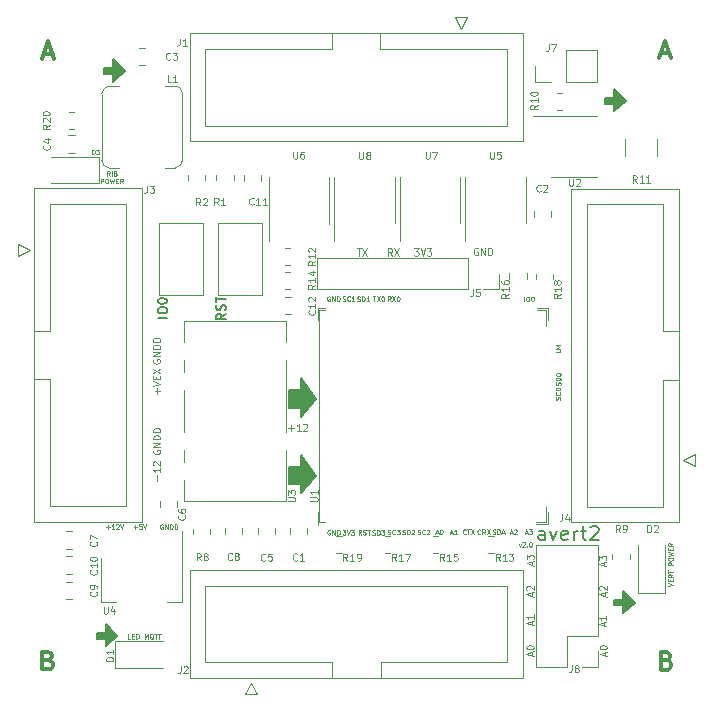
<source format=gbr>
%TF.GenerationSoftware,KiCad,Pcbnew,6.0.11+dfsg-1~bpo11+1*%
%TF.CreationDate,2023-07-05T16:33:08+02:00*%
%TF.ProjectId,avert_21,61766572-745f-4323-912e-6b696361645f,rev?*%
%TF.SameCoordinates,Original*%
%TF.FileFunction,Legend,Top*%
%TF.FilePolarity,Positive*%
%FSLAX46Y46*%
G04 Gerber Fmt 4.6, Leading zero omitted, Abs format (unit mm)*
G04 Created by KiCad (PCBNEW 6.0.11+dfsg-1~bpo11+1) date 2023-07-05 16:33:08*
%MOMM*%
%LPD*%
G01*
G04 APERTURE LIST*
%ADD10C,0.150000*%
%ADD11C,0.100000*%
%ADD12C,0.080000*%
%ADD13C,0.350000*%
%ADD14C,0.200000*%
%ADD15C,0.120000*%
G04 APERTURE END LIST*
D10*
G36*
X140250000Y-97000000D02*
G01*
X139000000Y-98500000D01*
X139000000Y-97750000D01*
X138000000Y-97750000D01*
X138000000Y-96250000D01*
X139000000Y-96250000D01*
X139000000Y-95250000D01*
X140250000Y-97000000D01*
G37*
X140250000Y-97000000D02*
X139000000Y-98500000D01*
X139000000Y-97750000D01*
X138000000Y-97750000D01*
X138000000Y-96250000D01*
X139000000Y-96250000D01*
X139000000Y-95250000D01*
X140250000Y-97000000D01*
G36*
X166500000Y-71753266D02*
G01*
X165500000Y-72603266D01*
X165500000Y-72003266D01*
X164750000Y-72003266D01*
X164750000Y-71503266D01*
X165500000Y-71503266D01*
X165500000Y-70753266D01*
X166500000Y-71753266D01*
G37*
X166500000Y-71753266D02*
X165500000Y-72603266D01*
X165500000Y-72003266D01*
X164750000Y-72003266D01*
X164750000Y-71503266D01*
X165500000Y-71503266D01*
X165500000Y-70753266D01*
X166500000Y-71753266D01*
G36*
X124108000Y-69244000D02*
G01*
X123108000Y-70150000D01*
X123108000Y-69494000D01*
X122358000Y-69494000D01*
X122358000Y-68994000D01*
X123108000Y-68994000D01*
X123108000Y-68244000D01*
X124108000Y-69244000D01*
G37*
X124108000Y-69244000D02*
X123108000Y-70150000D01*
X123108000Y-69494000D01*
X122358000Y-69494000D01*
X122358000Y-68994000D01*
X123108000Y-68994000D01*
X123108000Y-68244000D01*
X124108000Y-69244000D01*
G36*
X140250000Y-103500000D02*
G01*
X139000000Y-105000000D01*
X139000000Y-104250000D01*
X138000000Y-104250000D01*
X138000000Y-102750000D01*
X139000000Y-102750000D01*
X139000000Y-101750000D01*
X140250000Y-103500000D01*
G37*
X140250000Y-103500000D02*
X139000000Y-105000000D01*
X139000000Y-104250000D01*
X138000000Y-104250000D01*
X138000000Y-102750000D01*
X139000000Y-102750000D01*
X139000000Y-101750000D01*
X140250000Y-103500000D01*
G36*
X123450000Y-117100000D02*
G01*
X122450000Y-117950000D01*
X122450000Y-117350000D01*
X121700000Y-117350000D01*
X121700000Y-116850000D01*
X122450000Y-116850000D01*
X122450000Y-116100000D01*
X123450000Y-117100000D01*
G37*
X123450000Y-117100000D02*
X122450000Y-117950000D01*
X122450000Y-117350000D01*
X121700000Y-117350000D01*
X121700000Y-116850000D01*
X122450000Y-116850000D01*
X122450000Y-116100000D01*
X123450000Y-117100000D01*
G36*
X167250000Y-114250000D02*
G01*
X166250000Y-115100000D01*
X166250000Y-114500000D01*
X165500000Y-114500000D01*
X165500000Y-114000000D01*
X166250000Y-114000000D01*
X166250000Y-113250000D01*
X167250000Y-114250000D01*
G37*
X167250000Y-114250000D02*
X166250000Y-115100000D01*
X166250000Y-114500000D01*
X165500000Y-114500000D01*
X165500000Y-114000000D01*
X166250000Y-114000000D01*
X166250000Y-113250000D01*
X167250000Y-114250000D01*
D11*
X126485000Y-93677142D02*
X126456428Y-93734285D01*
X126456428Y-93820000D01*
X126485000Y-93905714D01*
X126542142Y-93962857D01*
X126599285Y-93991428D01*
X126713571Y-94020000D01*
X126799285Y-94020000D01*
X126913571Y-93991428D01*
X126970714Y-93962857D01*
X127027857Y-93905714D01*
X127056428Y-93820000D01*
X127056428Y-93762857D01*
X127027857Y-93677142D01*
X126999285Y-93648571D01*
X126799285Y-93648571D01*
X126799285Y-93762857D01*
X127056428Y-93391428D02*
X126456428Y-93391428D01*
X127056428Y-93048571D01*
X126456428Y-93048571D01*
X127056428Y-92762857D02*
X126456428Y-92762857D01*
X126456428Y-92620000D01*
X126485000Y-92534285D01*
X126542142Y-92477142D01*
X126599285Y-92448571D01*
X126713571Y-92420000D01*
X126799285Y-92420000D01*
X126913571Y-92448571D01*
X126970714Y-92477142D01*
X127027857Y-92534285D01*
X127056428Y-92620000D01*
X127056428Y-92762857D01*
X127056428Y-92162857D02*
X126456428Y-92162857D01*
X126456428Y-92020000D01*
X126485000Y-91934285D01*
X126542142Y-91877142D01*
X126599285Y-91848571D01*
X126713571Y-91820000D01*
X126799285Y-91820000D01*
X126913571Y-91848571D01*
X126970714Y-91877142D01*
X127027857Y-91934285D01*
X127056428Y-92020000D01*
X127056428Y-92162857D01*
X143702857Y-84271428D02*
X144045714Y-84271428D01*
X143874285Y-84871428D02*
X143874285Y-84271428D01*
X144188571Y-84271428D02*
X144588571Y-84871428D01*
X144588571Y-84271428D02*
X144188571Y-84871428D01*
D12*
X142515238Y-88691904D02*
X142572380Y-88710952D01*
X142667619Y-88710952D01*
X142705714Y-88691904D01*
X142724761Y-88672857D01*
X142743809Y-88634761D01*
X142743809Y-88596666D01*
X142724761Y-88558571D01*
X142705714Y-88539523D01*
X142667619Y-88520476D01*
X142591428Y-88501428D01*
X142553333Y-88482380D01*
X142534285Y-88463333D01*
X142515238Y-88425238D01*
X142515238Y-88387142D01*
X142534285Y-88349047D01*
X142553333Y-88330000D01*
X142591428Y-88310952D01*
X142686666Y-88310952D01*
X142743809Y-88330000D01*
X143143809Y-88672857D02*
X143124761Y-88691904D01*
X143067619Y-88710952D01*
X143029523Y-88710952D01*
X142972380Y-88691904D01*
X142934285Y-88653809D01*
X142915238Y-88615714D01*
X142896190Y-88539523D01*
X142896190Y-88482380D01*
X142915238Y-88406190D01*
X142934285Y-88368095D01*
X142972380Y-88330000D01*
X143029523Y-88310952D01*
X143067619Y-88310952D01*
X143124761Y-88330000D01*
X143143809Y-88349047D01*
X143524761Y-88710952D02*
X143296190Y-88710952D01*
X143410476Y-88710952D02*
X143410476Y-88310952D01*
X143372380Y-88368095D01*
X143334285Y-88406190D01*
X143296190Y-88425238D01*
D11*
X158515000Y-113708571D02*
X158515000Y-113422857D01*
X158686428Y-113765714D02*
X158086428Y-113565714D01*
X158686428Y-113365714D01*
X158143571Y-113194285D02*
X158115000Y-113165714D01*
X158086428Y-113108571D01*
X158086428Y-112965714D01*
X158115000Y-112908571D01*
X158143571Y-112880000D01*
X158200714Y-112851428D01*
X158257857Y-112851428D01*
X158343571Y-112880000D01*
X158686428Y-113222857D01*
X158686428Y-112851428D01*
D12*
X156694285Y-108336666D02*
X156884761Y-108336666D01*
X156656190Y-108450952D02*
X156789523Y-108050952D01*
X156922857Y-108450952D01*
X157037142Y-108089047D02*
X157056190Y-108070000D01*
X157094285Y-108050952D01*
X157189523Y-108050952D01*
X157227619Y-108070000D01*
X157246666Y-108089047D01*
X157265714Y-108127142D01*
X157265714Y-108165238D01*
X157246666Y-108222380D01*
X157018095Y-108450952D01*
X157265714Y-108450952D01*
X141465238Y-108120000D02*
X141427142Y-108100952D01*
X141370000Y-108100952D01*
X141312857Y-108120000D01*
X141274761Y-108158095D01*
X141255714Y-108196190D01*
X141236666Y-108272380D01*
X141236666Y-108329523D01*
X141255714Y-108405714D01*
X141274761Y-108443809D01*
X141312857Y-108481904D01*
X141370000Y-108500952D01*
X141408095Y-108500952D01*
X141465238Y-108481904D01*
X141484285Y-108462857D01*
X141484285Y-108329523D01*
X141408095Y-108329523D01*
X141655714Y-108500952D02*
X141655714Y-108100952D01*
X141884285Y-108500952D01*
X141884285Y-108100952D01*
X142074761Y-108500952D02*
X142074761Y-108100952D01*
X142170000Y-108100952D01*
X142227142Y-108120000D01*
X142265238Y-108158095D01*
X142284285Y-108196190D01*
X142303333Y-108272380D01*
X142303333Y-108329523D01*
X142284285Y-108405714D01*
X142265238Y-108443809D01*
X142227142Y-108481904D01*
X142170000Y-108500952D01*
X142074761Y-108500952D01*
X124557619Y-117300952D02*
X124367142Y-117300952D01*
X124367142Y-116900952D01*
X124690952Y-117091428D02*
X124824285Y-117091428D01*
X124881428Y-117300952D02*
X124690952Y-117300952D01*
X124690952Y-116900952D01*
X124881428Y-116900952D01*
X125052857Y-117300952D02*
X125052857Y-116900952D01*
X125148095Y-116900952D01*
X125205238Y-116920000D01*
X125243333Y-116958095D01*
X125262380Y-116996190D01*
X125281428Y-117072380D01*
X125281428Y-117129523D01*
X125262380Y-117205714D01*
X125243333Y-117243809D01*
X125205238Y-117281904D01*
X125148095Y-117300952D01*
X125052857Y-117300952D01*
X125757619Y-117300952D02*
X125757619Y-116900952D01*
X125890952Y-117186666D01*
X126024285Y-116900952D01*
X126024285Y-117300952D01*
X126481428Y-117339047D02*
X126443333Y-117320000D01*
X126405238Y-117281904D01*
X126348095Y-117224761D01*
X126310000Y-117205714D01*
X126271904Y-117205714D01*
X126290952Y-117300952D02*
X126252857Y-117281904D01*
X126214761Y-117243809D01*
X126195714Y-117167619D01*
X126195714Y-117034285D01*
X126214761Y-116958095D01*
X126252857Y-116920000D01*
X126290952Y-116900952D01*
X126367142Y-116900952D01*
X126405238Y-116920000D01*
X126443333Y-116958095D01*
X126462380Y-117034285D01*
X126462380Y-117167619D01*
X126443333Y-117243809D01*
X126405238Y-117281904D01*
X126367142Y-117300952D01*
X126290952Y-117300952D01*
X126576666Y-116900952D02*
X126805238Y-116900952D01*
X126690952Y-117300952D02*
X126690952Y-116900952D01*
X126881428Y-116900952D02*
X127110000Y-116900952D01*
X126995714Y-117300952D02*
X126995714Y-116900952D01*
D11*
X137905000Y-99472857D02*
X138362142Y-99472857D01*
X138133571Y-99701428D02*
X138133571Y-99244285D01*
X138962142Y-99701428D02*
X138619285Y-99701428D01*
X138790714Y-99701428D02*
X138790714Y-99101428D01*
X138733571Y-99187142D01*
X138676428Y-99244285D01*
X138619285Y-99272857D01*
X139190714Y-99158571D02*
X139219285Y-99130000D01*
X139276428Y-99101428D01*
X139419285Y-99101428D01*
X139476428Y-99130000D01*
X139505000Y-99158571D01*
X139533571Y-99215714D01*
X139533571Y-99272857D01*
X139505000Y-99358571D01*
X139162142Y-99701428D01*
X139533571Y-99701428D01*
D13*
X117252857Y-67770000D02*
X117967142Y-67770000D01*
X117110000Y-68198571D02*
X117610000Y-66698571D01*
X118110000Y-68198571D01*
D12*
X160960952Y-92884761D02*
X160960952Y-93075238D01*
X160560952Y-93075238D01*
X160960952Y-92751428D02*
X160560952Y-92751428D01*
X160846666Y-92618095D01*
X160560952Y-92484761D01*
X160960952Y-92484761D01*
D14*
X159620000Y-108962857D02*
X159620000Y-108334285D01*
X159562857Y-108220000D01*
X159448571Y-108162857D01*
X159220000Y-108162857D01*
X159105714Y-108220000D01*
X159620000Y-108905714D02*
X159505714Y-108962857D01*
X159220000Y-108962857D01*
X159105714Y-108905714D01*
X159048571Y-108791428D01*
X159048571Y-108677142D01*
X159105714Y-108562857D01*
X159220000Y-108505714D01*
X159505714Y-108505714D01*
X159620000Y-108448571D01*
X160077142Y-108162857D02*
X160362857Y-108962857D01*
X160648571Y-108162857D01*
X161562857Y-108905714D02*
X161448571Y-108962857D01*
X161220000Y-108962857D01*
X161105714Y-108905714D01*
X161048571Y-108791428D01*
X161048571Y-108334285D01*
X161105714Y-108220000D01*
X161220000Y-108162857D01*
X161448571Y-108162857D01*
X161562857Y-108220000D01*
X161620000Y-108334285D01*
X161620000Y-108448571D01*
X161048571Y-108562857D01*
X162134285Y-108962857D02*
X162134285Y-108162857D01*
X162134285Y-108391428D02*
X162191428Y-108277142D01*
X162248571Y-108220000D01*
X162362857Y-108162857D01*
X162477142Y-108162857D01*
X162705714Y-108162857D02*
X163162857Y-108162857D01*
X162877142Y-107762857D02*
X162877142Y-108791428D01*
X162934285Y-108905714D01*
X163048571Y-108962857D01*
X163162857Y-108962857D01*
X163505714Y-107877142D02*
X163562857Y-107820000D01*
X163677142Y-107762857D01*
X163962857Y-107762857D01*
X164077142Y-107820000D01*
X164134285Y-107877142D01*
X164191428Y-107991428D01*
X164191428Y-108105714D01*
X164134285Y-108277142D01*
X163448571Y-108962857D01*
X164191428Y-108962857D01*
D12*
X146335238Y-108461904D02*
X146392380Y-108480952D01*
X146487619Y-108480952D01*
X146525714Y-108461904D01*
X146544761Y-108442857D01*
X146563809Y-108404761D01*
X146563809Y-108366666D01*
X146544761Y-108328571D01*
X146525714Y-108309523D01*
X146487619Y-108290476D01*
X146411428Y-108271428D01*
X146373333Y-108252380D01*
X146354285Y-108233333D01*
X146335238Y-108195238D01*
X146335238Y-108157142D01*
X146354285Y-108119047D01*
X146373333Y-108100000D01*
X146411428Y-108080952D01*
X146506666Y-108080952D01*
X146563809Y-108100000D01*
X146963809Y-108442857D02*
X146944761Y-108461904D01*
X146887619Y-108480952D01*
X146849523Y-108480952D01*
X146792380Y-108461904D01*
X146754285Y-108423809D01*
X146735238Y-108385714D01*
X146716190Y-108309523D01*
X146716190Y-108252380D01*
X146735238Y-108176190D01*
X146754285Y-108138095D01*
X146792380Y-108100000D01*
X146849523Y-108080952D01*
X146887619Y-108080952D01*
X146944761Y-108100000D01*
X146963809Y-108119047D01*
X147097142Y-108080952D02*
X147344761Y-108080952D01*
X147211428Y-108233333D01*
X147268571Y-108233333D01*
X147306666Y-108252380D01*
X147325714Y-108271428D01*
X147344761Y-108309523D01*
X147344761Y-108404761D01*
X147325714Y-108442857D01*
X147306666Y-108461904D01*
X147268571Y-108480952D01*
X147154285Y-108480952D01*
X147116190Y-108461904D01*
X147097142Y-108442857D01*
D13*
X169472857Y-67750000D02*
X170187142Y-67750000D01*
X169330000Y-68178571D02*
X169830000Y-66678571D01*
X170330000Y-68178571D01*
D12*
X142514761Y-108120952D02*
X142762380Y-108120952D01*
X142629047Y-108273333D01*
X142686190Y-108273333D01*
X142724285Y-108292380D01*
X142743333Y-108311428D01*
X142762380Y-108349523D01*
X142762380Y-108444761D01*
X142743333Y-108482857D01*
X142724285Y-108501904D01*
X142686190Y-108520952D01*
X142571904Y-108520952D01*
X142533809Y-108501904D01*
X142514761Y-108482857D01*
X142876666Y-108120952D02*
X143010000Y-108520952D01*
X143143333Y-108120952D01*
X143238571Y-108120952D02*
X143486190Y-108120952D01*
X143352857Y-108273333D01*
X143410000Y-108273333D01*
X143448095Y-108292380D01*
X143467142Y-108311428D01*
X143486190Y-108349523D01*
X143486190Y-108444761D01*
X143467142Y-108482857D01*
X143448095Y-108501904D01*
X143410000Y-108520952D01*
X143295714Y-108520952D01*
X143257619Y-108501904D01*
X143238571Y-108482857D01*
D13*
X169957142Y-119152857D02*
X170171428Y-119224285D01*
X170242857Y-119295714D01*
X170314285Y-119438571D01*
X170314285Y-119652857D01*
X170242857Y-119795714D01*
X170171428Y-119867142D01*
X170028571Y-119938571D01*
X169457142Y-119938571D01*
X169457142Y-118438571D01*
X169957142Y-118438571D01*
X170100000Y-118510000D01*
X170171428Y-118581428D01*
X170242857Y-118724285D01*
X170242857Y-118867142D01*
X170171428Y-119010000D01*
X170100000Y-119081428D01*
X169957142Y-119152857D01*
X169457142Y-119152857D01*
D12*
X141435238Y-88340000D02*
X141397142Y-88320952D01*
X141340000Y-88320952D01*
X141282857Y-88340000D01*
X141244761Y-88378095D01*
X141225714Y-88416190D01*
X141206666Y-88492380D01*
X141206666Y-88549523D01*
X141225714Y-88625714D01*
X141244761Y-88663809D01*
X141282857Y-88701904D01*
X141340000Y-88720952D01*
X141378095Y-88720952D01*
X141435238Y-88701904D01*
X141454285Y-88682857D01*
X141454285Y-88549523D01*
X141378095Y-88549523D01*
X141625714Y-88720952D02*
X141625714Y-88320952D01*
X141854285Y-88720952D01*
X141854285Y-88320952D01*
X142044761Y-88720952D02*
X142044761Y-88320952D01*
X142140000Y-88320952D01*
X142197142Y-88340000D01*
X142235238Y-88378095D01*
X142254285Y-88416190D01*
X142273333Y-88492380D01*
X142273333Y-88549523D01*
X142254285Y-88625714D01*
X142235238Y-88663809D01*
X142197142Y-88701904D01*
X142140000Y-88720952D01*
X142044761Y-88720952D01*
X146582857Y-88730952D02*
X146449523Y-88540476D01*
X146354285Y-88730952D02*
X146354285Y-88330952D01*
X146506666Y-88330952D01*
X146544761Y-88350000D01*
X146563809Y-88369047D01*
X146582857Y-88407142D01*
X146582857Y-88464285D01*
X146563809Y-88502380D01*
X146544761Y-88521428D01*
X146506666Y-88540476D01*
X146354285Y-88540476D01*
X146716190Y-88330952D02*
X146982857Y-88730952D01*
X146982857Y-88330952D02*
X146716190Y-88730952D01*
X147211428Y-88330952D02*
X147249523Y-88330952D01*
X147287619Y-88350000D01*
X147306666Y-88369047D01*
X147325714Y-88407142D01*
X147344761Y-88483333D01*
X147344761Y-88578571D01*
X147325714Y-88654761D01*
X147306666Y-88692857D01*
X147287619Y-88711904D01*
X147249523Y-88730952D01*
X147211428Y-88730952D01*
X147173333Y-88711904D01*
X147154285Y-88692857D01*
X147135238Y-88654761D01*
X147116190Y-88578571D01*
X147116190Y-88483333D01*
X147135238Y-88407142D01*
X147154285Y-88369047D01*
X147173333Y-88350000D01*
X147211428Y-88330952D01*
D11*
X126525000Y-101337142D02*
X126496428Y-101394285D01*
X126496428Y-101480000D01*
X126525000Y-101565714D01*
X126582142Y-101622857D01*
X126639285Y-101651428D01*
X126753571Y-101680000D01*
X126839285Y-101680000D01*
X126953571Y-101651428D01*
X127010714Y-101622857D01*
X127067857Y-101565714D01*
X127096428Y-101480000D01*
X127096428Y-101422857D01*
X127067857Y-101337142D01*
X127039285Y-101308571D01*
X126839285Y-101308571D01*
X126839285Y-101422857D01*
X127096428Y-101051428D02*
X126496428Y-101051428D01*
X127096428Y-100708571D01*
X126496428Y-100708571D01*
X127096428Y-100422857D02*
X126496428Y-100422857D01*
X126496428Y-100280000D01*
X126525000Y-100194285D01*
X126582142Y-100137142D01*
X126639285Y-100108571D01*
X126753571Y-100080000D01*
X126839285Y-100080000D01*
X126953571Y-100108571D01*
X127010714Y-100137142D01*
X127067857Y-100194285D01*
X127096428Y-100280000D01*
X127096428Y-100422857D01*
X127096428Y-99822857D02*
X126496428Y-99822857D01*
X126496428Y-99680000D01*
X126525000Y-99594285D01*
X126582142Y-99537142D01*
X126639285Y-99508571D01*
X126753571Y-99480000D01*
X126839285Y-99480000D01*
X126953571Y-99508571D01*
X127010714Y-99537142D01*
X127067857Y-99594285D01*
X127096428Y-99680000D01*
X127096428Y-99822857D01*
D12*
X152930952Y-108422857D02*
X152911904Y-108441904D01*
X152854761Y-108460952D01*
X152816666Y-108460952D01*
X152759523Y-108441904D01*
X152721428Y-108403809D01*
X152702380Y-108365714D01*
X152683333Y-108289523D01*
X152683333Y-108232380D01*
X152702380Y-108156190D01*
X152721428Y-108118095D01*
X152759523Y-108080000D01*
X152816666Y-108060952D01*
X152854761Y-108060952D01*
X152911904Y-108080000D01*
X152930952Y-108099047D01*
X153045238Y-108060952D02*
X153273809Y-108060952D01*
X153159523Y-108460952D02*
X153159523Y-108060952D01*
X153369047Y-108060952D02*
X153635714Y-108460952D01*
X153635714Y-108060952D02*
X153369047Y-108460952D01*
X151624285Y-108356666D02*
X151814761Y-108356666D01*
X151586190Y-108470952D02*
X151719523Y-108070952D01*
X151852857Y-108470952D01*
X152195714Y-108470952D02*
X151967142Y-108470952D01*
X152081428Y-108470952D02*
X152081428Y-108070952D01*
X152043333Y-108128095D01*
X152005238Y-108166190D01*
X151967142Y-108185238D01*
X154173333Y-108422857D02*
X154154285Y-108441904D01*
X154097142Y-108460952D01*
X154059047Y-108460952D01*
X154001904Y-108441904D01*
X153963809Y-108403809D01*
X153944761Y-108365714D01*
X153925714Y-108289523D01*
X153925714Y-108232380D01*
X153944761Y-108156190D01*
X153963809Y-108118095D01*
X154001904Y-108080000D01*
X154059047Y-108060952D01*
X154097142Y-108060952D01*
X154154285Y-108080000D01*
X154173333Y-108099047D01*
X154573333Y-108460952D02*
X154440000Y-108270476D01*
X154344761Y-108460952D02*
X154344761Y-108060952D01*
X154497142Y-108060952D01*
X154535238Y-108080000D01*
X154554285Y-108099047D01*
X154573333Y-108137142D01*
X154573333Y-108194285D01*
X154554285Y-108232380D01*
X154535238Y-108251428D01*
X154497142Y-108270476D01*
X154344761Y-108270476D01*
X154706666Y-108060952D02*
X154973333Y-108460952D01*
X154973333Y-108060952D02*
X154706666Y-108460952D01*
X124815714Y-107868571D02*
X125120476Y-107868571D01*
X124968095Y-108020952D02*
X124968095Y-107716190D01*
X125501428Y-107620952D02*
X125310952Y-107620952D01*
X125291904Y-107811428D01*
X125310952Y-107792380D01*
X125349047Y-107773333D01*
X125444285Y-107773333D01*
X125482380Y-107792380D01*
X125501428Y-107811428D01*
X125520476Y-107849523D01*
X125520476Y-107944761D01*
X125501428Y-107982857D01*
X125482380Y-108001904D01*
X125444285Y-108020952D01*
X125349047Y-108020952D01*
X125310952Y-108001904D01*
X125291904Y-107982857D01*
X125634761Y-107620952D02*
X125768095Y-108020952D01*
X125901428Y-107620952D01*
X143775238Y-88711904D02*
X143832380Y-88730952D01*
X143927619Y-88730952D01*
X143965714Y-88711904D01*
X143984761Y-88692857D01*
X144003809Y-88654761D01*
X144003809Y-88616666D01*
X143984761Y-88578571D01*
X143965714Y-88559523D01*
X143927619Y-88540476D01*
X143851428Y-88521428D01*
X143813333Y-88502380D01*
X143794285Y-88483333D01*
X143775238Y-88445238D01*
X143775238Y-88407142D01*
X143794285Y-88369047D01*
X143813333Y-88350000D01*
X143851428Y-88330952D01*
X143946666Y-88330952D01*
X144003809Y-88350000D01*
X144175238Y-88730952D02*
X144175238Y-88330952D01*
X144270476Y-88330952D01*
X144327619Y-88350000D01*
X144365714Y-88388095D01*
X144384761Y-88426190D01*
X144403809Y-88502380D01*
X144403809Y-88559523D01*
X144384761Y-88635714D01*
X144365714Y-88673809D01*
X144327619Y-88711904D01*
X144270476Y-88730952D01*
X144175238Y-88730952D01*
X144784761Y-88730952D02*
X144556190Y-88730952D01*
X144670476Y-88730952D02*
X144670476Y-88330952D01*
X144632380Y-88388095D01*
X144594285Y-88426190D01*
X144556190Y-88445238D01*
X148865238Y-108461904D02*
X148922380Y-108480952D01*
X149017619Y-108480952D01*
X149055714Y-108461904D01*
X149074761Y-108442857D01*
X149093809Y-108404761D01*
X149093809Y-108366666D01*
X149074761Y-108328571D01*
X149055714Y-108309523D01*
X149017619Y-108290476D01*
X148941428Y-108271428D01*
X148903333Y-108252380D01*
X148884285Y-108233333D01*
X148865238Y-108195238D01*
X148865238Y-108157142D01*
X148884285Y-108119047D01*
X148903333Y-108100000D01*
X148941428Y-108080952D01*
X149036666Y-108080952D01*
X149093809Y-108100000D01*
X149493809Y-108442857D02*
X149474761Y-108461904D01*
X149417619Y-108480952D01*
X149379523Y-108480952D01*
X149322380Y-108461904D01*
X149284285Y-108423809D01*
X149265238Y-108385714D01*
X149246190Y-108309523D01*
X149246190Y-108252380D01*
X149265238Y-108176190D01*
X149284285Y-108138095D01*
X149322380Y-108100000D01*
X149379523Y-108080952D01*
X149417619Y-108080952D01*
X149474761Y-108100000D01*
X149493809Y-108119047D01*
X149646190Y-108119047D02*
X149665238Y-108100000D01*
X149703333Y-108080952D01*
X149798571Y-108080952D01*
X149836666Y-108100000D01*
X149855714Y-108119047D01*
X149874761Y-108157142D01*
X149874761Y-108195238D01*
X149855714Y-108252380D01*
X149627142Y-108480952D01*
X149874761Y-108480952D01*
D11*
X158515000Y-118718571D02*
X158515000Y-118432857D01*
X158686428Y-118775714D02*
X158086428Y-118575714D01*
X158686428Y-118375714D01*
X158086428Y-118061428D02*
X158086428Y-118004285D01*
X158115000Y-117947142D01*
X158143571Y-117918571D01*
X158200714Y-117890000D01*
X158315000Y-117861428D01*
X158457857Y-117861428D01*
X158572142Y-117890000D01*
X158629285Y-117918571D01*
X158657857Y-117947142D01*
X158686428Y-118004285D01*
X158686428Y-118061428D01*
X158657857Y-118118571D01*
X158629285Y-118147142D01*
X158572142Y-118175714D01*
X158457857Y-118204285D01*
X158315000Y-118204285D01*
X158200714Y-118175714D01*
X158143571Y-118147142D01*
X158115000Y-118118571D01*
X158086428Y-118061428D01*
X146690000Y-84871428D02*
X146490000Y-84585714D01*
X146347142Y-84871428D02*
X146347142Y-84271428D01*
X146575714Y-84271428D01*
X146632857Y-84300000D01*
X146661428Y-84328571D01*
X146690000Y-84385714D01*
X146690000Y-84471428D01*
X146661428Y-84528571D01*
X146632857Y-84557142D01*
X146575714Y-84585714D01*
X146347142Y-84585714D01*
X146890000Y-84271428D02*
X147290000Y-84871428D01*
X147290000Y-84271428D02*
X146890000Y-84871428D01*
X164685000Y-116218571D02*
X164685000Y-115932857D01*
X164856428Y-116275714D02*
X164256428Y-116075714D01*
X164856428Y-115875714D01*
X164856428Y-115361428D02*
X164856428Y-115704285D01*
X164856428Y-115532857D02*
X164256428Y-115532857D01*
X164342142Y-115590000D01*
X164399285Y-115647142D01*
X164427857Y-115704285D01*
X164685000Y-111138571D02*
X164685000Y-110852857D01*
X164856428Y-111195714D02*
X164256428Y-110995714D01*
X164856428Y-110795714D01*
X164256428Y-110652857D02*
X164256428Y-110281428D01*
X164485000Y-110481428D01*
X164485000Y-110395714D01*
X164513571Y-110338571D01*
X164542142Y-110310000D01*
X164599285Y-110281428D01*
X164742142Y-110281428D01*
X164799285Y-110310000D01*
X164827857Y-110338571D01*
X164856428Y-110395714D01*
X164856428Y-110567142D01*
X164827857Y-110624285D01*
X164799285Y-110652857D01*
X153952857Y-84270000D02*
X153895714Y-84241428D01*
X153810000Y-84241428D01*
X153724285Y-84270000D01*
X153667142Y-84327142D01*
X153638571Y-84384285D01*
X153610000Y-84498571D01*
X153610000Y-84584285D01*
X153638571Y-84698571D01*
X153667142Y-84755714D01*
X153724285Y-84812857D01*
X153810000Y-84841428D01*
X153867142Y-84841428D01*
X153952857Y-84812857D01*
X153981428Y-84784285D01*
X153981428Y-84584285D01*
X153867142Y-84584285D01*
X154238571Y-84841428D02*
X154238571Y-84241428D01*
X154581428Y-84841428D01*
X154581428Y-84241428D01*
X154867142Y-84841428D02*
X154867142Y-84241428D01*
X155010000Y-84241428D01*
X155095714Y-84270000D01*
X155152857Y-84327142D01*
X155181428Y-84384285D01*
X155210000Y-84498571D01*
X155210000Y-84584285D01*
X155181428Y-84698571D01*
X155152857Y-84755714D01*
X155095714Y-84812857D01*
X155010000Y-84841428D01*
X154867142Y-84841428D01*
X164695000Y-113688571D02*
X164695000Y-113402857D01*
X164866428Y-113745714D02*
X164266428Y-113545714D01*
X164866428Y-113345714D01*
X164323571Y-113174285D02*
X164295000Y-113145714D01*
X164266428Y-113088571D01*
X164266428Y-112945714D01*
X164295000Y-112888571D01*
X164323571Y-112860000D01*
X164380714Y-112831428D01*
X164437857Y-112831428D01*
X164523571Y-112860000D01*
X164866428Y-113202857D01*
X164866428Y-112831428D01*
X164715000Y-118738571D02*
X164715000Y-118452857D01*
X164886428Y-118795714D02*
X164286428Y-118595714D01*
X164886428Y-118395714D01*
X164286428Y-118081428D02*
X164286428Y-118024285D01*
X164315000Y-117967142D01*
X164343571Y-117938571D01*
X164400714Y-117910000D01*
X164515000Y-117881428D01*
X164657857Y-117881428D01*
X164772142Y-117910000D01*
X164829285Y-117938571D01*
X164857857Y-117967142D01*
X164886428Y-118024285D01*
X164886428Y-118081428D01*
X164857857Y-118138571D01*
X164829285Y-118167142D01*
X164772142Y-118195714D01*
X164657857Y-118224285D01*
X164515000Y-118224285D01*
X164400714Y-118195714D01*
X164343571Y-118167142D01*
X164315000Y-118138571D01*
X164286428Y-118081428D01*
D12*
X150414285Y-108356666D02*
X150604761Y-108356666D01*
X150376190Y-108470952D02*
X150509523Y-108070952D01*
X150642857Y-108470952D01*
X150852380Y-108070952D02*
X150890476Y-108070952D01*
X150928571Y-108090000D01*
X150947619Y-108109047D01*
X150966666Y-108147142D01*
X150985714Y-108223333D01*
X150985714Y-108318571D01*
X150966666Y-108394761D01*
X150947619Y-108432857D01*
X150928571Y-108451904D01*
X150890476Y-108470952D01*
X150852380Y-108470952D01*
X150814285Y-108451904D01*
X150795238Y-108432857D01*
X150776190Y-108394761D01*
X150757142Y-108318571D01*
X150757142Y-108223333D01*
X150776190Y-108147142D01*
X150795238Y-108109047D01*
X150814285Y-108090000D01*
X150852380Y-108070952D01*
X170080952Y-112858095D02*
X170480952Y-112724761D01*
X170080952Y-112591428D01*
X170271428Y-112458095D02*
X170271428Y-112324761D01*
X170480952Y-112267619D02*
X170480952Y-112458095D01*
X170080952Y-112458095D01*
X170080952Y-112267619D01*
X170480952Y-111867619D02*
X170290476Y-112000952D01*
X170480952Y-112096190D02*
X170080952Y-112096190D01*
X170080952Y-111943809D01*
X170100000Y-111905714D01*
X170119047Y-111886666D01*
X170157142Y-111867619D01*
X170214285Y-111867619D01*
X170252380Y-111886666D01*
X170271428Y-111905714D01*
X170290476Y-111943809D01*
X170290476Y-112096190D01*
X170080952Y-111753333D02*
X170080952Y-111524761D01*
X170480952Y-111639047D02*
X170080952Y-111639047D01*
X170480952Y-111086666D02*
X170080952Y-111086666D01*
X170080952Y-110934285D01*
X170100000Y-110896190D01*
X170119047Y-110877142D01*
X170157142Y-110858095D01*
X170214285Y-110858095D01*
X170252380Y-110877142D01*
X170271428Y-110896190D01*
X170290476Y-110934285D01*
X170290476Y-111086666D01*
X170080952Y-110610476D02*
X170080952Y-110534285D01*
X170100000Y-110496190D01*
X170138095Y-110458095D01*
X170214285Y-110439047D01*
X170347619Y-110439047D01*
X170423809Y-110458095D01*
X170461904Y-110496190D01*
X170480952Y-110534285D01*
X170480952Y-110610476D01*
X170461904Y-110648571D01*
X170423809Y-110686666D01*
X170347619Y-110705714D01*
X170214285Y-110705714D01*
X170138095Y-110686666D01*
X170100000Y-110648571D01*
X170080952Y-110610476D01*
X170080952Y-110305714D02*
X170480952Y-110210476D01*
X170195238Y-110134285D01*
X170480952Y-110058095D01*
X170080952Y-109962857D01*
X170271428Y-109810476D02*
X170271428Y-109677142D01*
X170480952Y-109620000D02*
X170480952Y-109810476D01*
X170080952Y-109810476D01*
X170080952Y-109620000D01*
X170480952Y-109220000D02*
X170290476Y-109353333D01*
X170480952Y-109448571D02*
X170080952Y-109448571D01*
X170080952Y-109296190D01*
X170100000Y-109258095D01*
X170119047Y-109239047D01*
X170157142Y-109220000D01*
X170214285Y-109220000D01*
X170252380Y-109239047D01*
X170271428Y-109258095D01*
X170290476Y-109296190D01*
X170290476Y-109448571D01*
X157418571Y-109254285D02*
X157513809Y-109520952D01*
X157609047Y-109254285D01*
X157742380Y-109159047D02*
X157761428Y-109140000D01*
X157799523Y-109120952D01*
X157894761Y-109120952D01*
X157932857Y-109140000D01*
X157951904Y-109159047D01*
X157970952Y-109197142D01*
X157970952Y-109235238D01*
X157951904Y-109292380D01*
X157723333Y-109520952D01*
X157970952Y-109520952D01*
X158142380Y-109482857D02*
X158161428Y-109501904D01*
X158142380Y-109520952D01*
X158123333Y-109501904D01*
X158142380Y-109482857D01*
X158142380Y-109520952D01*
X158409047Y-109120952D02*
X158447142Y-109120952D01*
X158485238Y-109140000D01*
X158504285Y-109159047D01*
X158523333Y-109197142D01*
X158542380Y-109273333D01*
X158542380Y-109368571D01*
X158523333Y-109444761D01*
X158504285Y-109482857D01*
X158485238Y-109501904D01*
X158447142Y-109520952D01*
X158409047Y-109520952D01*
X158370952Y-109501904D01*
X158351904Y-109482857D01*
X158332857Y-109444761D01*
X158313809Y-109368571D01*
X158313809Y-109273333D01*
X158332857Y-109197142D01*
X158351904Y-109159047D01*
X158370952Y-109140000D01*
X158409047Y-109120952D01*
D11*
X158515000Y-116118571D02*
X158515000Y-115832857D01*
X158686428Y-116175714D02*
X158086428Y-115975714D01*
X158686428Y-115775714D01*
X158686428Y-115261428D02*
X158686428Y-115604285D01*
X158686428Y-115432857D02*
X158086428Y-115432857D01*
X158172142Y-115490000D01*
X158229285Y-115547142D01*
X158257857Y-115604285D01*
D12*
X160931904Y-97074761D02*
X160950952Y-97017619D01*
X160950952Y-96922380D01*
X160931904Y-96884285D01*
X160912857Y-96865238D01*
X160874761Y-96846190D01*
X160836666Y-96846190D01*
X160798571Y-96865238D01*
X160779523Y-96884285D01*
X160760476Y-96922380D01*
X160741428Y-96998571D01*
X160722380Y-97036666D01*
X160703333Y-97055714D01*
X160665238Y-97074761D01*
X160627142Y-97074761D01*
X160589047Y-97055714D01*
X160570000Y-97036666D01*
X160550952Y-96998571D01*
X160550952Y-96903333D01*
X160570000Y-96846190D01*
X160912857Y-96446190D02*
X160931904Y-96465238D01*
X160950952Y-96522380D01*
X160950952Y-96560476D01*
X160931904Y-96617619D01*
X160893809Y-96655714D01*
X160855714Y-96674761D01*
X160779523Y-96693809D01*
X160722380Y-96693809D01*
X160646190Y-96674761D01*
X160608095Y-96655714D01*
X160570000Y-96617619D01*
X160550952Y-96560476D01*
X160550952Y-96522380D01*
X160570000Y-96465238D01*
X160589047Y-96446190D01*
X160550952Y-96198571D02*
X160550952Y-96160476D01*
X160570000Y-96122380D01*
X160589047Y-96103333D01*
X160627142Y-96084285D01*
X160703333Y-96065238D01*
X160798571Y-96065238D01*
X160874761Y-96084285D01*
X160912857Y-96103333D01*
X160931904Y-96122380D01*
X160950952Y-96160476D01*
X160950952Y-96198571D01*
X160931904Y-96236666D01*
X160912857Y-96255714D01*
X160874761Y-96274761D01*
X160798571Y-96293809D01*
X160703333Y-96293809D01*
X160627142Y-96274761D01*
X160589047Y-96255714D01*
X160570000Y-96236666D01*
X160550952Y-96198571D01*
X122798571Y-78108952D02*
X122665238Y-77918476D01*
X122570000Y-78108952D02*
X122570000Y-77708952D01*
X122722380Y-77708952D01*
X122760476Y-77728000D01*
X122779523Y-77747047D01*
X122798571Y-77785142D01*
X122798571Y-77842285D01*
X122779523Y-77880380D01*
X122760476Y-77899428D01*
X122722380Y-77918476D01*
X122570000Y-77918476D01*
X122970000Y-78108952D02*
X122970000Y-77708952D01*
X123293809Y-77899428D02*
X123350952Y-77918476D01*
X123370000Y-77937523D01*
X123389047Y-77975619D01*
X123389047Y-78032761D01*
X123370000Y-78070857D01*
X123350952Y-78089904D01*
X123312857Y-78108952D01*
X123160476Y-78108952D01*
X123160476Y-77708952D01*
X123293809Y-77708952D01*
X123331904Y-77728000D01*
X123350952Y-77747047D01*
X123370000Y-77785142D01*
X123370000Y-77823238D01*
X123350952Y-77861333D01*
X123331904Y-77880380D01*
X123293809Y-77899428D01*
X123160476Y-77899428D01*
X122046190Y-78752952D02*
X122046190Y-78352952D01*
X122198571Y-78352952D01*
X122236666Y-78372000D01*
X122255714Y-78391047D01*
X122274761Y-78429142D01*
X122274761Y-78486285D01*
X122255714Y-78524380D01*
X122236666Y-78543428D01*
X122198571Y-78562476D01*
X122046190Y-78562476D01*
X122522380Y-78352952D02*
X122598571Y-78352952D01*
X122636666Y-78372000D01*
X122674761Y-78410095D01*
X122693809Y-78486285D01*
X122693809Y-78619619D01*
X122674761Y-78695809D01*
X122636666Y-78733904D01*
X122598571Y-78752952D01*
X122522380Y-78752952D01*
X122484285Y-78733904D01*
X122446190Y-78695809D01*
X122427142Y-78619619D01*
X122427142Y-78486285D01*
X122446190Y-78410095D01*
X122484285Y-78372000D01*
X122522380Y-78352952D01*
X122827142Y-78352952D02*
X122922380Y-78752952D01*
X122998571Y-78467238D01*
X123074761Y-78752952D01*
X123170000Y-78352952D01*
X123322380Y-78543428D02*
X123455714Y-78543428D01*
X123512857Y-78752952D02*
X123322380Y-78752952D01*
X123322380Y-78352952D01*
X123512857Y-78352952D01*
X123912857Y-78752952D02*
X123779523Y-78562476D01*
X123684285Y-78752952D02*
X123684285Y-78352952D01*
X123836666Y-78352952D01*
X123874761Y-78372000D01*
X123893809Y-78391047D01*
X123912857Y-78429142D01*
X123912857Y-78486285D01*
X123893809Y-78524380D01*
X123874761Y-78543428D01*
X123836666Y-78562476D01*
X123684285Y-78562476D01*
D11*
X126827857Y-96582857D02*
X126827857Y-96125714D01*
X127056428Y-96354285D02*
X126599285Y-96354285D01*
X126456428Y-95925714D02*
X127056428Y-95725714D01*
X126456428Y-95525714D01*
X126742142Y-95325714D02*
X126742142Y-95125714D01*
X127056428Y-95040000D02*
X127056428Y-95325714D01*
X126456428Y-95325714D01*
X126456428Y-95040000D01*
X126456428Y-94840000D02*
X127056428Y-94440000D01*
X126456428Y-94440000D02*
X127056428Y-94840000D01*
D12*
X147575238Y-108461904D02*
X147632380Y-108480952D01*
X147727619Y-108480952D01*
X147765714Y-108461904D01*
X147784761Y-108442857D01*
X147803809Y-108404761D01*
X147803809Y-108366666D01*
X147784761Y-108328571D01*
X147765714Y-108309523D01*
X147727619Y-108290476D01*
X147651428Y-108271428D01*
X147613333Y-108252380D01*
X147594285Y-108233333D01*
X147575238Y-108195238D01*
X147575238Y-108157142D01*
X147594285Y-108119047D01*
X147613333Y-108100000D01*
X147651428Y-108080952D01*
X147746666Y-108080952D01*
X147803809Y-108100000D01*
X147975238Y-108480952D02*
X147975238Y-108080952D01*
X148070476Y-108080952D01*
X148127619Y-108100000D01*
X148165714Y-108138095D01*
X148184761Y-108176190D01*
X148203809Y-108252380D01*
X148203809Y-108309523D01*
X148184761Y-108385714D01*
X148165714Y-108423809D01*
X148127619Y-108461904D01*
X148070476Y-108480952D01*
X147975238Y-108480952D01*
X148356190Y-108119047D02*
X148375238Y-108100000D01*
X148413333Y-108080952D01*
X148508571Y-108080952D01*
X148546666Y-108100000D01*
X148565714Y-108119047D01*
X148584761Y-108157142D01*
X148584761Y-108195238D01*
X148565714Y-108252380D01*
X148337142Y-108480952D01*
X148584761Y-108480952D01*
X160951904Y-95834761D02*
X160970952Y-95777619D01*
X160970952Y-95682380D01*
X160951904Y-95644285D01*
X160932857Y-95625238D01*
X160894761Y-95606190D01*
X160856666Y-95606190D01*
X160818571Y-95625238D01*
X160799523Y-95644285D01*
X160780476Y-95682380D01*
X160761428Y-95758571D01*
X160742380Y-95796666D01*
X160723333Y-95815714D01*
X160685238Y-95834761D01*
X160647142Y-95834761D01*
X160609047Y-95815714D01*
X160590000Y-95796666D01*
X160570952Y-95758571D01*
X160570952Y-95663333D01*
X160590000Y-95606190D01*
X160970952Y-95434761D02*
X160570952Y-95434761D01*
X160570952Y-95339523D01*
X160590000Y-95282380D01*
X160628095Y-95244285D01*
X160666190Y-95225238D01*
X160742380Y-95206190D01*
X160799523Y-95206190D01*
X160875714Y-95225238D01*
X160913809Y-95244285D01*
X160951904Y-95282380D01*
X160970952Y-95339523D01*
X160970952Y-95434761D01*
X160570952Y-94958571D02*
X160570952Y-94920476D01*
X160590000Y-94882380D01*
X160609047Y-94863333D01*
X160647142Y-94844285D01*
X160723333Y-94825238D01*
X160818571Y-94825238D01*
X160894761Y-94844285D01*
X160932857Y-94863333D01*
X160951904Y-94882380D01*
X160970952Y-94920476D01*
X160970952Y-94958571D01*
X160951904Y-94996666D01*
X160932857Y-95015714D01*
X160894761Y-95034761D01*
X160818571Y-95053809D01*
X160723333Y-95053809D01*
X160647142Y-95034761D01*
X160609047Y-95015714D01*
X160590000Y-94996666D01*
X160570952Y-94958571D01*
X122485238Y-107868571D02*
X122790000Y-107868571D01*
X122637619Y-108020952D02*
X122637619Y-107716190D01*
X123190000Y-108020952D02*
X122961428Y-108020952D01*
X123075714Y-108020952D02*
X123075714Y-107620952D01*
X123037619Y-107678095D01*
X122999523Y-107716190D01*
X122961428Y-107735238D01*
X123342380Y-107659047D02*
X123361428Y-107640000D01*
X123399523Y-107620952D01*
X123494761Y-107620952D01*
X123532857Y-107640000D01*
X123551904Y-107659047D01*
X123570952Y-107697142D01*
X123570952Y-107735238D01*
X123551904Y-107792380D01*
X123323333Y-108020952D01*
X123570952Y-108020952D01*
X123685238Y-107620952D02*
X123818571Y-108020952D01*
X123951904Y-107620952D01*
X145074761Y-88330952D02*
X145303333Y-88330952D01*
X145189047Y-88730952D02*
X145189047Y-88330952D01*
X145398571Y-88330952D02*
X145665238Y-88730952D01*
X145665238Y-88330952D02*
X145398571Y-88730952D01*
X145893809Y-88330952D02*
X145931904Y-88330952D01*
X145970000Y-88350000D01*
X145989047Y-88369047D01*
X146008095Y-88407142D01*
X146027142Y-88483333D01*
X146027142Y-88578571D01*
X146008095Y-88654761D01*
X145989047Y-88692857D01*
X145970000Y-88711904D01*
X145931904Y-88730952D01*
X145893809Y-88730952D01*
X145855714Y-88711904D01*
X145836666Y-88692857D01*
X145817619Y-88654761D01*
X145798571Y-88578571D01*
X145798571Y-88483333D01*
X145817619Y-88407142D01*
X145836666Y-88369047D01*
X145855714Y-88350000D01*
X145893809Y-88330952D01*
X157984285Y-108346666D02*
X158174761Y-108346666D01*
X157946190Y-108460952D02*
X158079523Y-108060952D01*
X158212857Y-108460952D01*
X158308095Y-108060952D02*
X158555714Y-108060952D01*
X158422380Y-108213333D01*
X158479523Y-108213333D01*
X158517619Y-108232380D01*
X158536666Y-108251428D01*
X158555714Y-108289523D01*
X158555714Y-108384761D01*
X158536666Y-108422857D01*
X158517619Y-108441904D01*
X158479523Y-108460952D01*
X158365238Y-108460952D01*
X158327142Y-108441904D01*
X158308095Y-108422857D01*
D11*
X148577142Y-84271428D02*
X148948571Y-84271428D01*
X148748571Y-84500000D01*
X148834285Y-84500000D01*
X148891428Y-84528571D01*
X148920000Y-84557142D01*
X148948571Y-84614285D01*
X148948571Y-84757142D01*
X148920000Y-84814285D01*
X148891428Y-84842857D01*
X148834285Y-84871428D01*
X148662857Y-84871428D01*
X148605714Y-84842857D01*
X148577142Y-84814285D01*
X149120000Y-84271428D02*
X149320000Y-84871428D01*
X149520000Y-84271428D01*
X149662857Y-84271428D02*
X150034285Y-84271428D01*
X149834285Y-84500000D01*
X149920000Y-84500000D01*
X149977142Y-84528571D01*
X150005714Y-84557142D01*
X150034285Y-84614285D01*
X150034285Y-84757142D01*
X150005714Y-84814285D01*
X149977142Y-84842857D01*
X149920000Y-84871428D01*
X149748571Y-84871428D01*
X149691428Y-84842857D01*
X149662857Y-84814285D01*
D12*
X127295238Y-107650000D02*
X127257142Y-107630952D01*
X127200000Y-107630952D01*
X127142857Y-107650000D01*
X127104761Y-107688095D01*
X127085714Y-107726190D01*
X127066666Y-107802380D01*
X127066666Y-107859523D01*
X127085714Y-107935714D01*
X127104761Y-107973809D01*
X127142857Y-108011904D01*
X127200000Y-108030952D01*
X127238095Y-108030952D01*
X127295238Y-108011904D01*
X127314285Y-107992857D01*
X127314285Y-107859523D01*
X127238095Y-107859523D01*
X127485714Y-108030952D02*
X127485714Y-107630952D01*
X127714285Y-108030952D01*
X127714285Y-107630952D01*
X127904761Y-108030952D02*
X127904761Y-107630952D01*
X128000000Y-107630952D01*
X128057142Y-107650000D01*
X128095238Y-107688095D01*
X128114285Y-107726190D01*
X128133333Y-107802380D01*
X128133333Y-107859523D01*
X128114285Y-107935714D01*
X128095238Y-107973809D01*
X128057142Y-108011904D01*
X128000000Y-108030952D01*
X127904761Y-108030952D01*
X128304761Y-108030952D02*
X128304761Y-107630952D01*
X128400000Y-107630952D01*
X128457142Y-107650000D01*
X128495238Y-107688095D01*
X128514285Y-107726190D01*
X128533333Y-107802380D01*
X128533333Y-107859523D01*
X128514285Y-107935714D01*
X128495238Y-107973809D01*
X128457142Y-108011904D01*
X128400000Y-108030952D01*
X128304761Y-108030952D01*
X155224285Y-108441904D02*
X155281428Y-108460952D01*
X155376666Y-108460952D01*
X155414761Y-108441904D01*
X155433809Y-108422857D01*
X155452857Y-108384761D01*
X155452857Y-108346666D01*
X155433809Y-108308571D01*
X155414761Y-108289523D01*
X155376666Y-108270476D01*
X155300476Y-108251428D01*
X155262380Y-108232380D01*
X155243333Y-108213333D01*
X155224285Y-108175238D01*
X155224285Y-108137142D01*
X155243333Y-108099047D01*
X155262380Y-108080000D01*
X155300476Y-108060952D01*
X155395714Y-108060952D01*
X155452857Y-108080000D01*
X155624285Y-108460952D02*
X155624285Y-108060952D01*
X155719523Y-108060952D01*
X155776666Y-108080000D01*
X155814761Y-108118095D01*
X155833809Y-108156190D01*
X155852857Y-108232380D01*
X155852857Y-108289523D01*
X155833809Y-108365714D01*
X155814761Y-108403809D01*
X155776666Y-108441904D01*
X155719523Y-108460952D01*
X155624285Y-108460952D01*
X156005238Y-108346666D02*
X156195714Y-108346666D01*
X155967142Y-108460952D02*
X156100476Y-108060952D01*
X156233809Y-108460952D01*
D11*
X126827857Y-103920000D02*
X126827857Y-103462857D01*
X127056428Y-102862857D02*
X127056428Y-103205714D01*
X127056428Y-103034285D02*
X126456428Y-103034285D01*
X126542142Y-103091428D01*
X126599285Y-103148571D01*
X126627857Y-103205714D01*
X126513571Y-102634285D02*
X126485000Y-102605714D01*
X126456428Y-102548571D01*
X126456428Y-102405714D01*
X126485000Y-102348571D01*
X126513571Y-102320000D01*
X126570714Y-102291428D01*
X126627857Y-102291428D01*
X126713571Y-102320000D01*
X127056428Y-102662857D01*
X127056428Y-102291428D01*
D12*
X144110952Y-108500952D02*
X143977619Y-108310476D01*
X143882380Y-108500952D02*
X143882380Y-108100952D01*
X144034761Y-108100952D01*
X144072857Y-108120000D01*
X144091904Y-108139047D01*
X144110952Y-108177142D01*
X144110952Y-108234285D01*
X144091904Y-108272380D01*
X144072857Y-108291428D01*
X144034761Y-108310476D01*
X143882380Y-108310476D01*
X144263333Y-108481904D02*
X144320476Y-108500952D01*
X144415714Y-108500952D01*
X144453809Y-108481904D01*
X144472857Y-108462857D01*
X144491904Y-108424761D01*
X144491904Y-108386666D01*
X144472857Y-108348571D01*
X144453809Y-108329523D01*
X144415714Y-108310476D01*
X144339523Y-108291428D01*
X144301428Y-108272380D01*
X144282380Y-108253333D01*
X144263333Y-108215238D01*
X144263333Y-108177142D01*
X144282380Y-108139047D01*
X144301428Y-108120000D01*
X144339523Y-108100952D01*
X144434761Y-108100952D01*
X144491904Y-108120000D01*
X144606190Y-108100952D02*
X144834761Y-108100952D01*
X144720476Y-108500952D02*
X144720476Y-108100952D01*
D13*
X117607142Y-119122857D02*
X117821428Y-119194285D01*
X117892857Y-119265714D01*
X117964285Y-119408571D01*
X117964285Y-119622857D01*
X117892857Y-119765714D01*
X117821428Y-119837142D01*
X117678571Y-119908571D01*
X117107142Y-119908571D01*
X117107142Y-118408571D01*
X117607142Y-118408571D01*
X117750000Y-118480000D01*
X117821428Y-118551428D01*
X117892857Y-118694285D01*
X117892857Y-118837142D01*
X117821428Y-118980000D01*
X117750000Y-119051428D01*
X117607142Y-119122857D01*
X117107142Y-119122857D01*
D12*
X157900000Y-88740952D02*
X157900000Y-88340952D01*
X158166666Y-88340952D02*
X158242857Y-88340952D01*
X158280952Y-88360000D01*
X158319047Y-88398095D01*
X158338095Y-88474285D01*
X158338095Y-88607619D01*
X158319047Y-88683809D01*
X158280952Y-88721904D01*
X158242857Y-88740952D01*
X158166666Y-88740952D01*
X158128571Y-88721904D01*
X158090476Y-88683809D01*
X158071428Y-88607619D01*
X158071428Y-88474285D01*
X158090476Y-88398095D01*
X158128571Y-88360000D01*
X158166666Y-88340952D01*
X158585714Y-88340952D02*
X158623809Y-88340952D01*
X158661904Y-88360000D01*
X158680952Y-88379047D01*
X158700000Y-88417142D01*
X158719047Y-88493333D01*
X158719047Y-88588571D01*
X158700000Y-88664761D01*
X158680952Y-88702857D01*
X158661904Y-88721904D01*
X158623809Y-88740952D01*
X158585714Y-88740952D01*
X158547619Y-88721904D01*
X158528571Y-88702857D01*
X158509523Y-88664761D01*
X158490476Y-88588571D01*
X158490476Y-88493333D01*
X158509523Y-88417142D01*
X158528571Y-88379047D01*
X158547619Y-88360000D01*
X158585714Y-88340952D01*
D11*
X158535000Y-111068571D02*
X158535000Y-110782857D01*
X158706428Y-111125714D02*
X158106428Y-110925714D01*
X158706428Y-110725714D01*
X158106428Y-110582857D02*
X158106428Y-110211428D01*
X158335000Y-110411428D01*
X158335000Y-110325714D01*
X158363571Y-110268571D01*
X158392142Y-110240000D01*
X158449285Y-110211428D01*
X158592142Y-110211428D01*
X158649285Y-110240000D01*
X158677857Y-110268571D01*
X158706428Y-110325714D01*
X158706428Y-110497142D01*
X158677857Y-110554285D01*
X158649285Y-110582857D01*
D12*
X145045238Y-108491904D02*
X145102380Y-108510952D01*
X145197619Y-108510952D01*
X145235714Y-108491904D01*
X145254761Y-108472857D01*
X145273809Y-108434761D01*
X145273809Y-108396666D01*
X145254761Y-108358571D01*
X145235714Y-108339523D01*
X145197619Y-108320476D01*
X145121428Y-108301428D01*
X145083333Y-108282380D01*
X145064285Y-108263333D01*
X145045238Y-108225238D01*
X145045238Y-108187142D01*
X145064285Y-108149047D01*
X145083333Y-108130000D01*
X145121428Y-108110952D01*
X145216666Y-108110952D01*
X145273809Y-108130000D01*
X145445238Y-108510952D02*
X145445238Y-108110952D01*
X145540476Y-108110952D01*
X145597619Y-108130000D01*
X145635714Y-108168095D01*
X145654761Y-108206190D01*
X145673809Y-108282380D01*
X145673809Y-108339523D01*
X145654761Y-108415714D01*
X145635714Y-108453809D01*
X145597619Y-108491904D01*
X145540476Y-108510952D01*
X145445238Y-108510952D01*
X145807142Y-108110952D02*
X146054761Y-108110952D01*
X145921428Y-108263333D01*
X145978571Y-108263333D01*
X146016666Y-108282380D01*
X146035714Y-108301428D01*
X146054761Y-108339523D01*
X146054761Y-108434761D01*
X146035714Y-108472857D01*
X146016666Y-108491904D01*
X145978571Y-108510952D01*
X145864285Y-108510952D01*
X145826190Y-108491904D01*
X145807142Y-108472857D01*
D11*
%TO.C,C5*%
X135965000Y-110649285D02*
X135936428Y-110677857D01*
X135850714Y-110706428D01*
X135793571Y-110706428D01*
X135707857Y-110677857D01*
X135650714Y-110620714D01*
X135622142Y-110563571D01*
X135593571Y-110449285D01*
X135593571Y-110363571D01*
X135622142Y-110249285D01*
X135650714Y-110192142D01*
X135707857Y-110135000D01*
X135793571Y-110106428D01*
X135850714Y-110106428D01*
X135936428Y-110135000D01*
X135965000Y-110163571D01*
X136507857Y-110106428D02*
X136222142Y-110106428D01*
X136193571Y-110392142D01*
X136222142Y-110363571D01*
X136279285Y-110335000D01*
X136422142Y-110335000D01*
X136479285Y-110363571D01*
X136507857Y-110392142D01*
X136536428Y-110449285D01*
X136536428Y-110592142D01*
X136507857Y-110649285D01*
X136479285Y-110677857D01*
X136422142Y-110706428D01*
X136279285Y-110706428D01*
X136222142Y-110677857D01*
X136193571Y-110649285D01*
%TO.C,R2*%
X130485000Y-80621428D02*
X130285000Y-80335714D01*
X130142142Y-80621428D02*
X130142142Y-80021428D01*
X130370714Y-80021428D01*
X130427857Y-80050000D01*
X130456428Y-80078571D01*
X130485000Y-80135714D01*
X130485000Y-80221428D01*
X130456428Y-80278571D01*
X130427857Y-80307142D01*
X130370714Y-80335714D01*
X130142142Y-80335714D01*
X130713571Y-80078571D02*
X130742142Y-80050000D01*
X130799285Y-80021428D01*
X130942142Y-80021428D01*
X130999285Y-80050000D01*
X131027857Y-80078571D01*
X131056428Y-80135714D01*
X131056428Y-80192857D01*
X131027857Y-80278571D01*
X130685000Y-80621428D01*
X131056428Y-80621428D01*
%TO.C,C7*%
X121669285Y-109100000D02*
X121697857Y-109128571D01*
X121726428Y-109214285D01*
X121726428Y-109271428D01*
X121697857Y-109357142D01*
X121640714Y-109414285D01*
X121583571Y-109442857D01*
X121469285Y-109471428D01*
X121383571Y-109471428D01*
X121269285Y-109442857D01*
X121212142Y-109414285D01*
X121155000Y-109357142D01*
X121126428Y-109271428D01*
X121126428Y-109214285D01*
X121155000Y-109128571D01*
X121183571Y-109100000D01*
X121126428Y-108900000D02*
X121126428Y-108500000D01*
X121726428Y-108757142D01*
%TO.C,R13*%
X155844285Y-110711428D02*
X155644285Y-110425714D01*
X155501428Y-110711428D02*
X155501428Y-110111428D01*
X155730000Y-110111428D01*
X155787142Y-110140000D01*
X155815714Y-110168571D01*
X155844285Y-110225714D01*
X155844285Y-110311428D01*
X155815714Y-110368571D01*
X155787142Y-110397142D01*
X155730000Y-110425714D01*
X155501428Y-110425714D01*
X156415714Y-110711428D02*
X156072857Y-110711428D01*
X156244285Y-110711428D02*
X156244285Y-110111428D01*
X156187142Y-110197142D01*
X156130000Y-110254285D01*
X156072857Y-110282857D01*
X156615714Y-110111428D02*
X156987142Y-110111428D01*
X156787142Y-110340000D01*
X156872857Y-110340000D01*
X156930000Y-110368571D01*
X156958571Y-110397142D01*
X156987142Y-110454285D01*
X156987142Y-110597142D01*
X156958571Y-110654285D01*
X156930000Y-110682857D01*
X156872857Y-110711428D01*
X156701428Y-110711428D01*
X156644285Y-110682857D01*
X156615714Y-110654285D01*
%TO.C,U8*%
X143917857Y-76091428D02*
X143917857Y-76577142D01*
X143946428Y-76634285D01*
X143975000Y-76662857D01*
X144032142Y-76691428D01*
X144146428Y-76691428D01*
X144203571Y-76662857D01*
X144232142Y-76634285D01*
X144260714Y-76577142D01*
X144260714Y-76091428D01*
X144632142Y-76348571D02*
X144575000Y-76320000D01*
X144546428Y-76291428D01*
X144517857Y-76234285D01*
X144517857Y-76205714D01*
X144546428Y-76148571D01*
X144575000Y-76120000D01*
X144632142Y-76091428D01*
X144746428Y-76091428D01*
X144803571Y-76120000D01*
X144832142Y-76148571D01*
X144860714Y-76205714D01*
X144860714Y-76234285D01*
X144832142Y-76291428D01*
X144803571Y-76320000D01*
X144746428Y-76348571D01*
X144632142Y-76348571D01*
X144575000Y-76377142D01*
X144546428Y-76405714D01*
X144517857Y-76462857D01*
X144517857Y-76577142D01*
X144546428Y-76634285D01*
X144575000Y-76662857D01*
X144632142Y-76691428D01*
X144746428Y-76691428D01*
X144803571Y-76662857D01*
X144832142Y-76634285D01*
X144860714Y-76577142D01*
X144860714Y-76462857D01*
X144832142Y-76405714D01*
X144803571Y-76377142D01*
X144746428Y-76348571D01*
%TO.C,U2*%
X161677857Y-78361428D02*
X161677857Y-78847142D01*
X161706428Y-78904285D01*
X161735000Y-78932857D01*
X161792142Y-78961428D01*
X161906428Y-78961428D01*
X161963571Y-78932857D01*
X161992142Y-78904285D01*
X162020714Y-78847142D01*
X162020714Y-78361428D01*
X162277857Y-78418571D02*
X162306428Y-78390000D01*
X162363571Y-78361428D01*
X162506428Y-78361428D01*
X162563571Y-78390000D01*
X162592142Y-78418571D01*
X162620714Y-78475714D01*
X162620714Y-78532857D01*
X162592142Y-78618571D01*
X162249285Y-78961428D01*
X162620714Y-78961428D01*
%TO.C,C8*%
X133160000Y-110604285D02*
X133131428Y-110632857D01*
X133045714Y-110661428D01*
X132988571Y-110661428D01*
X132902857Y-110632857D01*
X132845714Y-110575714D01*
X132817142Y-110518571D01*
X132788571Y-110404285D01*
X132788571Y-110318571D01*
X132817142Y-110204285D01*
X132845714Y-110147142D01*
X132902857Y-110090000D01*
X132988571Y-110061428D01*
X133045714Y-110061428D01*
X133131428Y-110090000D01*
X133160000Y-110118571D01*
X133502857Y-110318571D02*
X133445714Y-110290000D01*
X133417142Y-110261428D01*
X133388571Y-110204285D01*
X133388571Y-110175714D01*
X133417142Y-110118571D01*
X133445714Y-110090000D01*
X133502857Y-110061428D01*
X133617142Y-110061428D01*
X133674285Y-110090000D01*
X133702857Y-110118571D01*
X133731428Y-110175714D01*
X133731428Y-110204285D01*
X133702857Y-110261428D01*
X133674285Y-110290000D01*
X133617142Y-110318571D01*
X133502857Y-110318571D01*
X133445714Y-110347142D01*
X133417142Y-110375714D01*
X133388571Y-110432857D01*
X133388571Y-110547142D01*
X133417142Y-110604285D01*
X133445714Y-110632857D01*
X133502857Y-110661428D01*
X133617142Y-110661428D01*
X133674285Y-110632857D01*
X133702857Y-110604285D01*
X133731428Y-110547142D01*
X133731428Y-110432857D01*
X133702857Y-110375714D01*
X133674285Y-110347142D01*
X133617142Y-110318571D01*
%TO.C,J4*%
X161120000Y-106771428D02*
X161120000Y-107200000D01*
X161091428Y-107285714D01*
X161034285Y-107342857D01*
X160948571Y-107371428D01*
X160891428Y-107371428D01*
X161662857Y-106971428D02*
X161662857Y-107371428D01*
X161520000Y-106742857D02*
X161377142Y-107171428D01*
X161748571Y-107171428D01*
%TO.C,R12*%
X140216428Y-85335714D02*
X139930714Y-85535714D01*
X140216428Y-85678571D02*
X139616428Y-85678571D01*
X139616428Y-85450000D01*
X139645000Y-85392857D01*
X139673571Y-85364285D01*
X139730714Y-85335714D01*
X139816428Y-85335714D01*
X139873571Y-85364285D01*
X139902142Y-85392857D01*
X139930714Y-85450000D01*
X139930714Y-85678571D01*
X140216428Y-84764285D02*
X140216428Y-85107142D01*
X140216428Y-84935714D02*
X139616428Y-84935714D01*
X139702142Y-84992857D01*
X139759285Y-85050000D01*
X139787857Y-85107142D01*
X139673571Y-84535714D02*
X139645000Y-84507142D01*
X139616428Y-84450000D01*
X139616428Y-84307142D01*
X139645000Y-84250000D01*
X139673571Y-84221428D01*
X139730714Y-84192857D01*
X139787857Y-84192857D01*
X139873571Y-84221428D01*
X140216428Y-84564285D01*
X140216428Y-84192857D01*
%TO.C,R18*%
X160986428Y-88125714D02*
X160700714Y-88325714D01*
X160986428Y-88468571D02*
X160386428Y-88468571D01*
X160386428Y-88240000D01*
X160415000Y-88182857D01*
X160443571Y-88154285D01*
X160500714Y-88125714D01*
X160586428Y-88125714D01*
X160643571Y-88154285D01*
X160672142Y-88182857D01*
X160700714Y-88240000D01*
X160700714Y-88468571D01*
X160986428Y-87554285D02*
X160986428Y-87897142D01*
X160986428Y-87725714D02*
X160386428Y-87725714D01*
X160472142Y-87782857D01*
X160529285Y-87840000D01*
X160557857Y-87897142D01*
X160643571Y-87211428D02*
X160615000Y-87268571D01*
X160586428Y-87297142D01*
X160529285Y-87325714D01*
X160500714Y-87325714D01*
X160443571Y-87297142D01*
X160415000Y-87268571D01*
X160386428Y-87211428D01*
X160386428Y-87097142D01*
X160415000Y-87040000D01*
X160443571Y-87011428D01*
X160500714Y-86982857D01*
X160529285Y-86982857D01*
X160586428Y-87011428D01*
X160615000Y-87040000D01*
X160643571Y-87097142D01*
X160643571Y-87211428D01*
X160672142Y-87268571D01*
X160700714Y-87297142D01*
X160757857Y-87325714D01*
X160872142Y-87325714D01*
X160929285Y-87297142D01*
X160957857Y-87268571D01*
X160986428Y-87211428D01*
X160986428Y-87097142D01*
X160957857Y-87040000D01*
X160929285Y-87011428D01*
X160872142Y-86982857D01*
X160757857Y-86982857D01*
X160700714Y-87011428D01*
X160672142Y-87040000D01*
X160643571Y-87097142D01*
%TO.C,U3*%
X137886428Y-105677142D02*
X138372142Y-105677142D01*
X138429285Y-105648571D01*
X138457857Y-105620000D01*
X138486428Y-105562857D01*
X138486428Y-105448571D01*
X138457857Y-105391428D01*
X138429285Y-105362857D01*
X138372142Y-105334285D01*
X137886428Y-105334285D01*
X137886428Y-105105714D02*
X137886428Y-104734285D01*
X138115000Y-104934285D01*
X138115000Y-104848571D01*
X138143571Y-104791428D01*
X138172142Y-104762857D01*
X138229285Y-104734285D01*
X138372142Y-104734285D01*
X138429285Y-104762857D01*
X138457857Y-104791428D01*
X138486428Y-104848571D01*
X138486428Y-105020000D01*
X138457857Y-105077142D01*
X138429285Y-105105714D01*
%TO.C,U1*%
X139796428Y-105677142D02*
X140282142Y-105677142D01*
X140339285Y-105648571D01*
X140367857Y-105620000D01*
X140396428Y-105562857D01*
X140396428Y-105448571D01*
X140367857Y-105391428D01*
X140339285Y-105362857D01*
X140282142Y-105334285D01*
X139796428Y-105334285D01*
X140396428Y-104734285D02*
X140396428Y-105077142D01*
X140396428Y-104905714D02*
X139796428Y-104905714D01*
X139882142Y-104962857D01*
X139939285Y-105020000D01*
X139967857Y-105077142D01*
%TO.C,R11*%
X167429285Y-78691428D02*
X167229285Y-78405714D01*
X167086428Y-78691428D02*
X167086428Y-78091428D01*
X167315000Y-78091428D01*
X167372142Y-78120000D01*
X167400714Y-78148571D01*
X167429285Y-78205714D01*
X167429285Y-78291428D01*
X167400714Y-78348571D01*
X167372142Y-78377142D01*
X167315000Y-78405714D01*
X167086428Y-78405714D01*
X168000714Y-78691428D02*
X167657857Y-78691428D01*
X167829285Y-78691428D02*
X167829285Y-78091428D01*
X167772142Y-78177142D01*
X167715000Y-78234285D01*
X167657857Y-78262857D01*
X168572142Y-78691428D02*
X168229285Y-78691428D01*
X168400714Y-78691428D02*
X168400714Y-78091428D01*
X168343571Y-78177142D01*
X168286428Y-78234285D01*
X168229285Y-78262857D01*
%TO.C,U6*%
X138347857Y-76081428D02*
X138347857Y-76567142D01*
X138376428Y-76624285D01*
X138405000Y-76652857D01*
X138462142Y-76681428D01*
X138576428Y-76681428D01*
X138633571Y-76652857D01*
X138662142Y-76624285D01*
X138690714Y-76567142D01*
X138690714Y-76081428D01*
X139233571Y-76081428D02*
X139119285Y-76081428D01*
X139062142Y-76110000D01*
X139033571Y-76138571D01*
X138976428Y-76224285D01*
X138947857Y-76338571D01*
X138947857Y-76567142D01*
X138976428Y-76624285D01*
X139005000Y-76652857D01*
X139062142Y-76681428D01*
X139176428Y-76681428D01*
X139233571Y-76652857D01*
X139262142Y-76624285D01*
X139290714Y-76567142D01*
X139290714Y-76424285D01*
X139262142Y-76367142D01*
X139233571Y-76338571D01*
X139176428Y-76310000D01*
X139062142Y-76310000D01*
X139005000Y-76338571D01*
X138976428Y-76367142D01*
X138947857Y-76424285D01*
%TO.C,C9*%
X121669285Y-113320000D02*
X121697857Y-113348571D01*
X121726428Y-113434285D01*
X121726428Y-113491428D01*
X121697857Y-113577142D01*
X121640714Y-113634285D01*
X121583571Y-113662857D01*
X121469285Y-113691428D01*
X121383571Y-113691428D01*
X121269285Y-113662857D01*
X121212142Y-113634285D01*
X121155000Y-113577142D01*
X121126428Y-113491428D01*
X121126428Y-113434285D01*
X121155000Y-113348571D01*
X121183571Y-113320000D01*
X121726428Y-113034285D02*
X121726428Y-112920000D01*
X121697857Y-112862857D01*
X121669285Y-112834285D01*
X121583571Y-112777142D01*
X121469285Y-112748571D01*
X121240714Y-112748571D01*
X121183571Y-112777142D01*
X121155000Y-112805714D01*
X121126428Y-112862857D01*
X121126428Y-112977142D01*
X121155000Y-113034285D01*
X121183571Y-113062857D01*
X121240714Y-113091428D01*
X121383571Y-113091428D01*
X121440714Y-113062857D01*
X121469285Y-113034285D01*
X121497857Y-112977142D01*
X121497857Y-112862857D01*
X121469285Y-112805714D01*
X121440714Y-112777142D01*
X121383571Y-112748571D01*
%TO.C,C12*%
X140154285Y-89515714D02*
X140182857Y-89544285D01*
X140211428Y-89630000D01*
X140211428Y-89687142D01*
X140182857Y-89772857D01*
X140125714Y-89830000D01*
X140068571Y-89858571D01*
X139954285Y-89887142D01*
X139868571Y-89887142D01*
X139754285Y-89858571D01*
X139697142Y-89830000D01*
X139640000Y-89772857D01*
X139611428Y-89687142D01*
X139611428Y-89630000D01*
X139640000Y-89544285D01*
X139668571Y-89515714D01*
X140211428Y-88944285D02*
X140211428Y-89287142D01*
X140211428Y-89115714D02*
X139611428Y-89115714D01*
X139697142Y-89172857D01*
X139754285Y-89230000D01*
X139782857Y-89287142D01*
X139668571Y-88715714D02*
X139640000Y-88687142D01*
X139611428Y-88630000D01*
X139611428Y-88487142D01*
X139640000Y-88430000D01*
X139668571Y-88401428D01*
X139725714Y-88372857D01*
X139782857Y-88372857D01*
X139868571Y-88401428D01*
X140211428Y-88744285D01*
X140211428Y-88372857D01*
%TO.C,R16*%
X156566428Y-88095714D02*
X156280714Y-88295714D01*
X156566428Y-88438571D02*
X155966428Y-88438571D01*
X155966428Y-88210000D01*
X155995000Y-88152857D01*
X156023571Y-88124285D01*
X156080714Y-88095714D01*
X156166428Y-88095714D01*
X156223571Y-88124285D01*
X156252142Y-88152857D01*
X156280714Y-88210000D01*
X156280714Y-88438571D01*
X156566428Y-87524285D02*
X156566428Y-87867142D01*
X156566428Y-87695714D02*
X155966428Y-87695714D01*
X156052142Y-87752857D01*
X156109285Y-87810000D01*
X156137857Y-87867142D01*
X155966428Y-87010000D02*
X155966428Y-87124285D01*
X155995000Y-87181428D01*
X156023571Y-87210000D01*
X156109285Y-87267142D01*
X156223571Y-87295714D01*
X156452142Y-87295714D01*
X156509285Y-87267142D01*
X156537857Y-87238571D01*
X156566428Y-87181428D01*
X156566428Y-87067142D01*
X156537857Y-87010000D01*
X156509285Y-86981428D01*
X156452142Y-86952857D01*
X156309285Y-86952857D01*
X156252142Y-86981428D01*
X156223571Y-87010000D01*
X156195000Y-87067142D01*
X156195000Y-87181428D01*
X156223571Y-87238571D01*
X156252142Y-87267142D01*
X156309285Y-87295714D01*
%TO.C,R19*%
X142924285Y-110711428D02*
X142724285Y-110425714D01*
X142581428Y-110711428D02*
X142581428Y-110111428D01*
X142810000Y-110111428D01*
X142867142Y-110140000D01*
X142895714Y-110168571D01*
X142924285Y-110225714D01*
X142924285Y-110311428D01*
X142895714Y-110368571D01*
X142867142Y-110397142D01*
X142810000Y-110425714D01*
X142581428Y-110425714D01*
X143495714Y-110711428D02*
X143152857Y-110711428D01*
X143324285Y-110711428D02*
X143324285Y-110111428D01*
X143267142Y-110197142D01*
X143210000Y-110254285D01*
X143152857Y-110282857D01*
X143781428Y-110711428D02*
X143895714Y-110711428D01*
X143952857Y-110682857D01*
X143981428Y-110654285D01*
X144038571Y-110568571D01*
X144067142Y-110454285D01*
X144067142Y-110225714D01*
X144038571Y-110168571D01*
X144010000Y-110140000D01*
X143952857Y-110111428D01*
X143838571Y-110111428D01*
X143781428Y-110140000D01*
X143752857Y-110168571D01*
X143724285Y-110225714D01*
X143724285Y-110368571D01*
X143752857Y-110425714D01*
X143781428Y-110454285D01*
X143838571Y-110482857D01*
X143952857Y-110482857D01*
X144010000Y-110454285D01*
X144038571Y-110425714D01*
X144067142Y-110368571D01*
%TO.C,R15*%
X151114285Y-110711428D02*
X150914285Y-110425714D01*
X150771428Y-110711428D02*
X150771428Y-110111428D01*
X151000000Y-110111428D01*
X151057142Y-110140000D01*
X151085714Y-110168571D01*
X151114285Y-110225714D01*
X151114285Y-110311428D01*
X151085714Y-110368571D01*
X151057142Y-110397142D01*
X151000000Y-110425714D01*
X150771428Y-110425714D01*
X151685714Y-110711428D02*
X151342857Y-110711428D01*
X151514285Y-110711428D02*
X151514285Y-110111428D01*
X151457142Y-110197142D01*
X151400000Y-110254285D01*
X151342857Y-110282857D01*
X152228571Y-110111428D02*
X151942857Y-110111428D01*
X151914285Y-110397142D01*
X151942857Y-110368571D01*
X152000000Y-110340000D01*
X152142857Y-110340000D01*
X152200000Y-110368571D01*
X152228571Y-110397142D01*
X152257142Y-110454285D01*
X152257142Y-110597142D01*
X152228571Y-110654285D01*
X152200000Y-110682857D01*
X152142857Y-110711428D01*
X152000000Y-110711428D01*
X151942857Y-110682857D01*
X151914285Y-110654285D01*
%TO.C,R17*%
X147034285Y-110711428D02*
X146834285Y-110425714D01*
X146691428Y-110711428D02*
X146691428Y-110111428D01*
X146920000Y-110111428D01*
X146977142Y-110140000D01*
X147005714Y-110168571D01*
X147034285Y-110225714D01*
X147034285Y-110311428D01*
X147005714Y-110368571D01*
X146977142Y-110397142D01*
X146920000Y-110425714D01*
X146691428Y-110425714D01*
X147605714Y-110711428D02*
X147262857Y-110711428D01*
X147434285Y-110711428D02*
X147434285Y-110111428D01*
X147377142Y-110197142D01*
X147320000Y-110254285D01*
X147262857Y-110282857D01*
X147805714Y-110111428D02*
X148205714Y-110111428D01*
X147948571Y-110711428D01*
%TO.C,J2*%
X128800000Y-119611428D02*
X128800000Y-120040000D01*
X128771428Y-120125714D01*
X128714285Y-120182857D01*
X128628571Y-120211428D01*
X128571428Y-120211428D01*
X129057142Y-119668571D02*
X129085714Y-119640000D01*
X129142857Y-119611428D01*
X129285714Y-119611428D01*
X129342857Y-119640000D01*
X129371428Y-119668571D01*
X129400000Y-119725714D01*
X129400000Y-119782857D01*
X129371428Y-119868571D01*
X129028571Y-120211428D01*
X129400000Y-120211428D01*
%TO.C,C1*%
X138695000Y-110634285D02*
X138666428Y-110662857D01*
X138580714Y-110691428D01*
X138523571Y-110691428D01*
X138437857Y-110662857D01*
X138380714Y-110605714D01*
X138352142Y-110548571D01*
X138323571Y-110434285D01*
X138323571Y-110348571D01*
X138352142Y-110234285D01*
X138380714Y-110177142D01*
X138437857Y-110120000D01*
X138523571Y-110091428D01*
X138580714Y-110091428D01*
X138666428Y-110120000D01*
X138695000Y-110148571D01*
X139266428Y-110691428D02*
X138923571Y-110691428D01*
X139095000Y-110691428D02*
X139095000Y-110091428D01*
X139037857Y-110177142D01*
X138980714Y-110234285D01*
X138923571Y-110262857D01*
%TO.C,J7*%
X159965000Y-66971428D02*
X159965000Y-67400000D01*
X159936428Y-67485714D01*
X159879285Y-67542857D01*
X159793571Y-67571428D01*
X159736428Y-67571428D01*
X160193571Y-66971428D02*
X160593571Y-66971428D01*
X160336428Y-67571428D01*
%TO.C,U5*%
X154987857Y-76081428D02*
X154987857Y-76567142D01*
X155016428Y-76624285D01*
X155045000Y-76652857D01*
X155102142Y-76681428D01*
X155216428Y-76681428D01*
X155273571Y-76652857D01*
X155302142Y-76624285D01*
X155330714Y-76567142D01*
X155330714Y-76081428D01*
X155902142Y-76081428D02*
X155616428Y-76081428D01*
X155587857Y-76367142D01*
X155616428Y-76338571D01*
X155673571Y-76310000D01*
X155816428Y-76310000D01*
X155873571Y-76338571D01*
X155902142Y-76367142D01*
X155930714Y-76424285D01*
X155930714Y-76567142D01*
X155902142Y-76624285D01*
X155873571Y-76652857D01*
X155816428Y-76681428D01*
X155673571Y-76681428D01*
X155616428Y-76652857D01*
X155587857Y-76624285D01*
%TO.C,J1*%
X128710000Y-66511428D02*
X128710000Y-66940000D01*
X128681428Y-67025714D01*
X128624285Y-67082857D01*
X128538571Y-67111428D01*
X128481428Y-67111428D01*
X129310000Y-67111428D02*
X128967142Y-67111428D01*
X129138571Y-67111428D02*
X129138571Y-66511428D01*
X129081428Y-66597142D01*
X129024285Y-66654285D01*
X128967142Y-66682857D01*
%TO.C,C2*%
X159295000Y-79414285D02*
X159266428Y-79442857D01*
X159180714Y-79471428D01*
X159123571Y-79471428D01*
X159037857Y-79442857D01*
X158980714Y-79385714D01*
X158952142Y-79328571D01*
X158923571Y-79214285D01*
X158923571Y-79128571D01*
X158952142Y-79014285D01*
X158980714Y-78957142D01*
X159037857Y-78900000D01*
X159123571Y-78871428D01*
X159180714Y-78871428D01*
X159266428Y-78900000D01*
X159295000Y-78928571D01*
X159523571Y-78928571D02*
X159552142Y-78900000D01*
X159609285Y-78871428D01*
X159752142Y-78871428D01*
X159809285Y-78900000D01*
X159837857Y-78928571D01*
X159866428Y-78985714D01*
X159866428Y-79042857D01*
X159837857Y-79128571D01*
X159495000Y-79471428D01*
X159866428Y-79471428D01*
%TO.C,L1*%
X128025000Y-70201428D02*
X127739285Y-70201428D01*
X127739285Y-69601428D01*
X128539285Y-70201428D02*
X128196428Y-70201428D01*
X128367857Y-70201428D02*
X128367857Y-69601428D01*
X128310714Y-69687142D01*
X128253571Y-69744285D01*
X128196428Y-69772857D01*
%TO.C,C10*%
X121679285Y-111505714D02*
X121707857Y-111534285D01*
X121736428Y-111620000D01*
X121736428Y-111677142D01*
X121707857Y-111762857D01*
X121650714Y-111820000D01*
X121593571Y-111848571D01*
X121479285Y-111877142D01*
X121393571Y-111877142D01*
X121279285Y-111848571D01*
X121222142Y-111820000D01*
X121165000Y-111762857D01*
X121136428Y-111677142D01*
X121136428Y-111620000D01*
X121165000Y-111534285D01*
X121193571Y-111505714D01*
X121736428Y-110934285D02*
X121736428Y-111277142D01*
X121736428Y-111105714D02*
X121136428Y-111105714D01*
X121222142Y-111162857D01*
X121279285Y-111220000D01*
X121307857Y-111277142D01*
X121136428Y-110562857D02*
X121136428Y-110505714D01*
X121165000Y-110448571D01*
X121193571Y-110420000D01*
X121250714Y-110391428D01*
X121365000Y-110362857D01*
X121507857Y-110362857D01*
X121622142Y-110391428D01*
X121679285Y-110420000D01*
X121707857Y-110448571D01*
X121736428Y-110505714D01*
X121736428Y-110562857D01*
X121707857Y-110620000D01*
X121679285Y-110648571D01*
X121622142Y-110677142D01*
X121507857Y-110705714D01*
X121365000Y-110705714D01*
X121250714Y-110677142D01*
X121193571Y-110648571D01*
X121165000Y-110620000D01*
X121136428Y-110562857D01*
D12*
%TO.C,D3*%
X121304761Y-76300952D02*
X121304761Y-75900952D01*
X121400000Y-75900952D01*
X121457142Y-75920000D01*
X121495238Y-75958095D01*
X121514285Y-75996190D01*
X121533333Y-76072380D01*
X121533333Y-76129523D01*
X121514285Y-76205714D01*
X121495238Y-76243809D01*
X121457142Y-76281904D01*
X121400000Y-76300952D01*
X121304761Y-76300952D01*
X121666666Y-75900952D02*
X121914285Y-75900952D01*
X121780952Y-76053333D01*
X121838095Y-76053333D01*
X121876190Y-76072380D01*
X121895238Y-76091428D01*
X121914285Y-76129523D01*
X121914285Y-76224761D01*
X121895238Y-76262857D01*
X121876190Y-76281904D01*
X121838095Y-76300952D01*
X121723809Y-76300952D01*
X121685714Y-76281904D01*
X121666666Y-76262857D01*
D11*
%TO.C,R20*%
X117721428Y-73795714D02*
X117435714Y-73995714D01*
X117721428Y-74138571D02*
X117121428Y-74138571D01*
X117121428Y-73910000D01*
X117150000Y-73852857D01*
X117178571Y-73824285D01*
X117235714Y-73795714D01*
X117321428Y-73795714D01*
X117378571Y-73824285D01*
X117407142Y-73852857D01*
X117435714Y-73910000D01*
X117435714Y-74138571D01*
X117178571Y-73567142D02*
X117150000Y-73538571D01*
X117121428Y-73481428D01*
X117121428Y-73338571D01*
X117150000Y-73281428D01*
X117178571Y-73252857D01*
X117235714Y-73224285D01*
X117292857Y-73224285D01*
X117378571Y-73252857D01*
X117721428Y-73595714D01*
X117721428Y-73224285D01*
X117121428Y-72852857D02*
X117121428Y-72795714D01*
X117150000Y-72738571D01*
X117178571Y-72710000D01*
X117235714Y-72681428D01*
X117350000Y-72652857D01*
X117492857Y-72652857D01*
X117607142Y-72681428D01*
X117664285Y-72710000D01*
X117692857Y-72738571D01*
X117721428Y-72795714D01*
X117721428Y-72852857D01*
X117692857Y-72910000D01*
X117664285Y-72938571D01*
X117607142Y-72967142D01*
X117492857Y-72995714D01*
X117350000Y-72995714D01*
X117235714Y-72967142D01*
X117178571Y-72938571D01*
X117150000Y-72910000D01*
X117121428Y-72852857D01*
%TO.C,D1*%
X123106428Y-119192857D02*
X122506428Y-119192857D01*
X122506428Y-119050000D01*
X122535000Y-118964285D01*
X122592142Y-118907142D01*
X122649285Y-118878571D01*
X122763571Y-118850000D01*
X122849285Y-118850000D01*
X122963571Y-118878571D01*
X123020714Y-118907142D01*
X123077857Y-118964285D01*
X123106428Y-119050000D01*
X123106428Y-119192857D01*
X123106428Y-118278571D02*
X123106428Y-118621428D01*
X123106428Y-118450000D02*
X122506428Y-118450000D01*
X122592142Y-118507142D01*
X122649285Y-118564285D01*
X122677857Y-118621428D01*
%TO.C,C11*%
X134979285Y-80514285D02*
X134950714Y-80542857D01*
X134865000Y-80571428D01*
X134807857Y-80571428D01*
X134722142Y-80542857D01*
X134665000Y-80485714D01*
X134636428Y-80428571D01*
X134607857Y-80314285D01*
X134607857Y-80228571D01*
X134636428Y-80114285D01*
X134665000Y-80057142D01*
X134722142Y-80000000D01*
X134807857Y-79971428D01*
X134865000Y-79971428D01*
X134950714Y-80000000D01*
X134979285Y-80028571D01*
X135550714Y-80571428D02*
X135207857Y-80571428D01*
X135379285Y-80571428D02*
X135379285Y-79971428D01*
X135322142Y-80057142D01*
X135265000Y-80114285D01*
X135207857Y-80142857D01*
X136122142Y-80571428D02*
X135779285Y-80571428D01*
X135950714Y-80571428D02*
X135950714Y-79971428D01*
X135893571Y-80057142D01*
X135836428Y-80114285D01*
X135779285Y-80142857D01*
D10*
%TO.C,SW2*%
X127656904Y-90120000D02*
X126856904Y-90120000D01*
X126856904Y-89586666D02*
X126856904Y-89434285D01*
X126895000Y-89358095D01*
X126971190Y-89281904D01*
X127123571Y-89243809D01*
X127390238Y-89243809D01*
X127542619Y-89281904D01*
X127618809Y-89358095D01*
X127656904Y-89434285D01*
X127656904Y-89586666D01*
X127618809Y-89662857D01*
X127542619Y-89739047D01*
X127390238Y-89777142D01*
X127123571Y-89777142D01*
X126971190Y-89739047D01*
X126895000Y-89662857D01*
X126856904Y-89586666D01*
X126856904Y-88748571D02*
X126856904Y-88672380D01*
X126895000Y-88596190D01*
X126933095Y-88558095D01*
X127009285Y-88520000D01*
X127161666Y-88481904D01*
X127352142Y-88481904D01*
X127504523Y-88520000D01*
X127580714Y-88558095D01*
X127618809Y-88596190D01*
X127656904Y-88672380D01*
X127656904Y-88748571D01*
X127618809Y-88824761D01*
X127580714Y-88862857D01*
X127504523Y-88900952D01*
X127352142Y-88939047D01*
X127161666Y-88939047D01*
X127009285Y-88900952D01*
X126933095Y-88862857D01*
X126895000Y-88824761D01*
X126856904Y-88748571D01*
D11*
%TO.C,U7*%
X149537857Y-76081428D02*
X149537857Y-76567142D01*
X149566428Y-76624285D01*
X149595000Y-76652857D01*
X149652142Y-76681428D01*
X149766428Y-76681428D01*
X149823571Y-76652857D01*
X149852142Y-76624285D01*
X149880714Y-76567142D01*
X149880714Y-76081428D01*
X150109285Y-76081428D02*
X150509285Y-76081428D01*
X150252142Y-76681428D01*
D10*
%TO.C,SW1*%
X132616904Y-89798095D02*
X132235952Y-90064761D01*
X132616904Y-90255238D02*
X131816904Y-90255238D01*
X131816904Y-89950476D01*
X131855000Y-89874285D01*
X131893095Y-89836190D01*
X131969285Y-89798095D01*
X132083571Y-89798095D01*
X132159761Y-89836190D01*
X132197857Y-89874285D01*
X132235952Y-89950476D01*
X132235952Y-90255238D01*
X132578809Y-89493333D02*
X132616904Y-89379047D01*
X132616904Y-89188571D01*
X132578809Y-89112380D01*
X132540714Y-89074285D01*
X132464523Y-89036190D01*
X132388333Y-89036190D01*
X132312142Y-89074285D01*
X132274047Y-89112380D01*
X132235952Y-89188571D01*
X132197857Y-89340952D01*
X132159761Y-89417142D01*
X132121666Y-89455238D01*
X132045476Y-89493333D01*
X131969285Y-89493333D01*
X131893095Y-89455238D01*
X131855000Y-89417142D01*
X131816904Y-89340952D01*
X131816904Y-89150476D01*
X131855000Y-89036190D01*
X131816904Y-88807619D02*
X131816904Y-88350476D01*
X132616904Y-88579047D02*
X131816904Y-88579047D01*
D11*
%TO.C,J5*%
X153555000Y-87691428D02*
X153555000Y-88120000D01*
X153526428Y-88205714D01*
X153469285Y-88262857D01*
X153383571Y-88291428D01*
X153326428Y-88291428D01*
X154126428Y-87691428D02*
X153840714Y-87691428D01*
X153812142Y-87977142D01*
X153840714Y-87948571D01*
X153897857Y-87920000D01*
X154040714Y-87920000D01*
X154097857Y-87948571D01*
X154126428Y-87977142D01*
X154155000Y-88034285D01*
X154155000Y-88177142D01*
X154126428Y-88234285D01*
X154097857Y-88262857D01*
X154040714Y-88291428D01*
X153897857Y-88291428D01*
X153840714Y-88262857D01*
X153812142Y-88234285D01*
%TO.C,R14*%
X140196428Y-87325714D02*
X139910714Y-87525714D01*
X140196428Y-87668571D02*
X139596428Y-87668571D01*
X139596428Y-87440000D01*
X139625000Y-87382857D01*
X139653571Y-87354285D01*
X139710714Y-87325714D01*
X139796428Y-87325714D01*
X139853571Y-87354285D01*
X139882142Y-87382857D01*
X139910714Y-87440000D01*
X139910714Y-87668571D01*
X140196428Y-86754285D02*
X140196428Y-87097142D01*
X140196428Y-86925714D02*
X139596428Y-86925714D01*
X139682142Y-86982857D01*
X139739285Y-87040000D01*
X139767857Y-87097142D01*
X139796428Y-86240000D02*
X140196428Y-86240000D01*
X139567857Y-86382857D02*
X139996428Y-86525714D01*
X139996428Y-86154285D01*
%TO.C,C3*%
X127945000Y-68224285D02*
X127916428Y-68252857D01*
X127830714Y-68281428D01*
X127773571Y-68281428D01*
X127687857Y-68252857D01*
X127630714Y-68195714D01*
X127602142Y-68138571D01*
X127573571Y-68024285D01*
X127573571Y-67938571D01*
X127602142Y-67824285D01*
X127630714Y-67767142D01*
X127687857Y-67710000D01*
X127773571Y-67681428D01*
X127830714Y-67681428D01*
X127916428Y-67710000D01*
X127945000Y-67738571D01*
X128145000Y-67681428D02*
X128516428Y-67681428D01*
X128316428Y-67910000D01*
X128402142Y-67910000D01*
X128459285Y-67938571D01*
X128487857Y-67967142D01*
X128516428Y-68024285D01*
X128516428Y-68167142D01*
X128487857Y-68224285D01*
X128459285Y-68252857D01*
X128402142Y-68281428D01*
X128230714Y-68281428D01*
X128173571Y-68252857D01*
X128145000Y-68224285D01*
%TO.C,R1*%
X132015000Y-80601428D02*
X131815000Y-80315714D01*
X131672142Y-80601428D02*
X131672142Y-80001428D01*
X131900714Y-80001428D01*
X131957857Y-80030000D01*
X131986428Y-80058571D01*
X132015000Y-80115714D01*
X132015000Y-80201428D01*
X131986428Y-80258571D01*
X131957857Y-80287142D01*
X131900714Y-80315714D01*
X131672142Y-80315714D01*
X132586428Y-80601428D02*
X132243571Y-80601428D01*
X132415000Y-80601428D02*
X132415000Y-80001428D01*
X132357857Y-80087142D01*
X132300714Y-80144285D01*
X132243571Y-80172857D01*
%TO.C,J8*%
X161915000Y-119561428D02*
X161915000Y-119990000D01*
X161886428Y-120075714D01*
X161829285Y-120132857D01*
X161743571Y-120161428D01*
X161686428Y-120161428D01*
X162286428Y-119818571D02*
X162229285Y-119790000D01*
X162200714Y-119761428D01*
X162172142Y-119704285D01*
X162172142Y-119675714D01*
X162200714Y-119618571D01*
X162229285Y-119590000D01*
X162286428Y-119561428D01*
X162400714Y-119561428D01*
X162457857Y-119590000D01*
X162486428Y-119618571D01*
X162515000Y-119675714D01*
X162515000Y-119704285D01*
X162486428Y-119761428D01*
X162457857Y-119790000D01*
X162400714Y-119818571D01*
X162286428Y-119818571D01*
X162229285Y-119847142D01*
X162200714Y-119875714D01*
X162172142Y-119932857D01*
X162172142Y-120047142D01*
X162200714Y-120104285D01*
X162229285Y-120132857D01*
X162286428Y-120161428D01*
X162400714Y-120161428D01*
X162457857Y-120132857D01*
X162486428Y-120104285D01*
X162515000Y-120047142D01*
X162515000Y-119932857D01*
X162486428Y-119875714D01*
X162457857Y-119847142D01*
X162400714Y-119818571D01*
%TO.C,J3*%
X125960000Y-78941428D02*
X125960000Y-79370000D01*
X125931428Y-79455714D01*
X125874285Y-79512857D01*
X125788571Y-79541428D01*
X125731428Y-79541428D01*
X126188571Y-78941428D02*
X126560000Y-78941428D01*
X126360000Y-79170000D01*
X126445714Y-79170000D01*
X126502857Y-79198571D01*
X126531428Y-79227142D01*
X126560000Y-79284285D01*
X126560000Y-79427142D01*
X126531428Y-79484285D01*
X126502857Y-79512857D01*
X126445714Y-79541428D01*
X126274285Y-79541428D01*
X126217142Y-79512857D01*
X126188571Y-79484285D01*
%TO.C,R9*%
X166005000Y-108271428D02*
X165805000Y-107985714D01*
X165662142Y-108271428D02*
X165662142Y-107671428D01*
X165890714Y-107671428D01*
X165947857Y-107700000D01*
X165976428Y-107728571D01*
X166005000Y-107785714D01*
X166005000Y-107871428D01*
X165976428Y-107928571D01*
X165947857Y-107957142D01*
X165890714Y-107985714D01*
X165662142Y-107985714D01*
X166290714Y-108271428D02*
X166405000Y-108271428D01*
X166462142Y-108242857D01*
X166490714Y-108214285D01*
X166547857Y-108128571D01*
X166576428Y-108014285D01*
X166576428Y-107785714D01*
X166547857Y-107728571D01*
X166519285Y-107700000D01*
X166462142Y-107671428D01*
X166347857Y-107671428D01*
X166290714Y-107700000D01*
X166262142Y-107728571D01*
X166233571Y-107785714D01*
X166233571Y-107928571D01*
X166262142Y-107985714D01*
X166290714Y-108014285D01*
X166347857Y-108042857D01*
X166462142Y-108042857D01*
X166519285Y-108014285D01*
X166547857Y-107985714D01*
X166576428Y-107928571D01*
%TO.C,D2*%
X168307142Y-108271428D02*
X168307142Y-107671428D01*
X168450000Y-107671428D01*
X168535714Y-107700000D01*
X168592857Y-107757142D01*
X168621428Y-107814285D01*
X168650000Y-107928571D01*
X168650000Y-108014285D01*
X168621428Y-108128571D01*
X168592857Y-108185714D01*
X168535714Y-108242857D01*
X168450000Y-108271428D01*
X168307142Y-108271428D01*
X168878571Y-107728571D02*
X168907142Y-107700000D01*
X168964285Y-107671428D01*
X169107142Y-107671428D01*
X169164285Y-107700000D01*
X169192857Y-107728571D01*
X169221428Y-107785714D01*
X169221428Y-107842857D01*
X169192857Y-107928571D01*
X168850000Y-108271428D01*
X169221428Y-108271428D01*
%TO.C,C4*%
X117694285Y-75530000D02*
X117722857Y-75558571D01*
X117751428Y-75644285D01*
X117751428Y-75701428D01*
X117722857Y-75787142D01*
X117665714Y-75844285D01*
X117608571Y-75872857D01*
X117494285Y-75901428D01*
X117408571Y-75901428D01*
X117294285Y-75872857D01*
X117237142Y-75844285D01*
X117180000Y-75787142D01*
X117151428Y-75701428D01*
X117151428Y-75644285D01*
X117180000Y-75558571D01*
X117208571Y-75530000D01*
X117351428Y-75015714D02*
X117751428Y-75015714D01*
X117122857Y-75158571D02*
X117551428Y-75301428D01*
X117551428Y-74930000D01*
%TO.C,R8*%
X130515000Y-110681428D02*
X130315000Y-110395714D01*
X130172142Y-110681428D02*
X130172142Y-110081428D01*
X130400714Y-110081428D01*
X130457857Y-110110000D01*
X130486428Y-110138571D01*
X130515000Y-110195714D01*
X130515000Y-110281428D01*
X130486428Y-110338571D01*
X130457857Y-110367142D01*
X130400714Y-110395714D01*
X130172142Y-110395714D01*
X130857857Y-110338571D02*
X130800714Y-110310000D01*
X130772142Y-110281428D01*
X130743571Y-110224285D01*
X130743571Y-110195714D01*
X130772142Y-110138571D01*
X130800714Y-110110000D01*
X130857857Y-110081428D01*
X130972142Y-110081428D01*
X131029285Y-110110000D01*
X131057857Y-110138571D01*
X131086428Y-110195714D01*
X131086428Y-110224285D01*
X131057857Y-110281428D01*
X131029285Y-110310000D01*
X130972142Y-110338571D01*
X130857857Y-110338571D01*
X130800714Y-110367142D01*
X130772142Y-110395714D01*
X130743571Y-110452857D01*
X130743571Y-110567142D01*
X130772142Y-110624285D01*
X130800714Y-110652857D01*
X130857857Y-110681428D01*
X130972142Y-110681428D01*
X131029285Y-110652857D01*
X131057857Y-110624285D01*
X131086428Y-110567142D01*
X131086428Y-110452857D01*
X131057857Y-110395714D01*
X131029285Y-110367142D01*
X130972142Y-110338571D01*
%TO.C,C6*%
X129139285Y-106870000D02*
X129167857Y-106898571D01*
X129196428Y-106984285D01*
X129196428Y-107041428D01*
X129167857Y-107127142D01*
X129110714Y-107184285D01*
X129053571Y-107212857D01*
X128939285Y-107241428D01*
X128853571Y-107241428D01*
X128739285Y-107212857D01*
X128682142Y-107184285D01*
X128625000Y-107127142D01*
X128596428Y-107041428D01*
X128596428Y-106984285D01*
X128625000Y-106898571D01*
X128653571Y-106870000D01*
X128596428Y-106355714D02*
X128596428Y-106470000D01*
X128625000Y-106527142D01*
X128653571Y-106555714D01*
X128739285Y-106612857D01*
X128853571Y-106641428D01*
X129082142Y-106641428D01*
X129139285Y-106612857D01*
X129167857Y-106584285D01*
X129196428Y-106527142D01*
X129196428Y-106412857D01*
X129167857Y-106355714D01*
X129139285Y-106327142D01*
X129082142Y-106298571D01*
X128939285Y-106298571D01*
X128882142Y-106327142D01*
X128853571Y-106355714D01*
X128825000Y-106412857D01*
X128825000Y-106527142D01*
X128853571Y-106584285D01*
X128882142Y-106612857D01*
X128939285Y-106641428D01*
%TO.C,U4*%
X122287857Y-114601428D02*
X122287857Y-115087142D01*
X122316428Y-115144285D01*
X122345000Y-115172857D01*
X122402142Y-115201428D01*
X122516428Y-115201428D01*
X122573571Y-115172857D01*
X122602142Y-115144285D01*
X122630714Y-115087142D01*
X122630714Y-114601428D01*
X123173571Y-114801428D02*
X123173571Y-115201428D01*
X123030714Y-114572857D02*
X122887857Y-115001428D01*
X123259285Y-115001428D01*
%TO.C,R10*%
X159021428Y-72135714D02*
X158735714Y-72335714D01*
X159021428Y-72478571D02*
X158421428Y-72478571D01*
X158421428Y-72250000D01*
X158450000Y-72192857D01*
X158478571Y-72164285D01*
X158535714Y-72135714D01*
X158621428Y-72135714D01*
X158678571Y-72164285D01*
X158707142Y-72192857D01*
X158735714Y-72250000D01*
X158735714Y-72478571D01*
X159021428Y-71564285D02*
X159021428Y-71907142D01*
X159021428Y-71735714D02*
X158421428Y-71735714D01*
X158507142Y-71792857D01*
X158564285Y-71850000D01*
X158592857Y-71907142D01*
X158421428Y-71192857D02*
X158421428Y-71135714D01*
X158450000Y-71078571D01*
X158478571Y-71050000D01*
X158535714Y-71021428D01*
X158650000Y-70992857D01*
X158792857Y-70992857D01*
X158907142Y-71021428D01*
X158964285Y-71050000D01*
X158992857Y-71078571D01*
X159021428Y-71135714D01*
X159021428Y-71192857D01*
X158992857Y-71250000D01*
X158964285Y-71278571D01*
X158907142Y-71307142D01*
X158792857Y-71335714D01*
X158650000Y-71335714D01*
X158535714Y-71307142D01*
X158478571Y-71278571D01*
X158450000Y-71250000D01*
X158421428Y-71192857D01*
D15*
%TO.C,C5*%
X136785000Y-107946248D02*
X136785000Y-108468752D01*
X135315000Y-107946248D02*
X135315000Y-108468752D01*
%TO.C,R2*%
X129430000Y-78487064D02*
X129430000Y-78032936D01*
X130900000Y-78487064D02*
X130900000Y-78032936D01*
%TO.C,C7*%
X119613752Y-109675000D02*
X119091248Y-109675000D01*
X119613752Y-108205000D02*
X119091248Y-108205000D01*
%TO.C,R13*%
X154852936Y-108605000D02*
X155307064Y-108605000D01*
X154852936Y-110075000D02*
X155307064Y-110075000D01*
%TO.C,U8*%
X141805000Y-80200000D02*
X141805000Y-83650000D01*
X146925000Y-80200000D02*
X146925000Y-82150000D01*
X141805000Y-80200000D02*
X141805000Y-78250000D01*
X146925000Y-80200000D02*
X146925000Y-78250000D01*
%TO.C,U2*%
X162095000Y-78200000D02*
X164045000Y-78200000D01*
X162095000Y-73080000D02*
X164045000Y-73080000D01*
X162095000Y-78200000D02*
X160145000Y-78200000D01*
X162095000Y-73080000D02*
X158645000Y-73080000D01*
%TO.C,C8*%
X134015000Y-108458752D02*
X134015000Y-107936248D01*
X132545000Y-108458752D02*
X132545000Y-107936248D01*
%TO.C,J4*%
X169680000Y-80520000D02*
X169680000Y-91270000D01*
X170990000Y-79220000D02*
X170990000Y-107420000D01*
X171380000Y-102210000D02*
X172380000Y-102710000D01*
X169680000Y-91270000D02*
X170990000Y-91270000D01*
X161870000Y-107420000D02*
X161870000Y-79220000D01*
X172380000Y-102710000D02*
X172380000Y-101710000D01*
X161870000Y-79220000D02*
X170990000Y-79220000D01*
X172380000Y-101710000D02*
X171380000Y-102210000D01*
X170990000Y-107420000D02*
X161870000Y-107420000D01*
X169680000Y-106120000D02*
X163180000Y-106120000D01*
X163180000Y-106120000D02*
X163180000Y-80520000D01*
X169680000Y-95370000D02*
X169680000Y-106120000D01*
X169680000Y-91270000D02*
X169680000Y-91270000D01*
X163180000Y-80520000D02*
X169680000Y-80520000D01*
X170990000Y-95370000D02*
X169680000Y-95370000D01*
%TO.C,R12*%
X137637936Y-85705000D02*
X138092064Y-85705000D01*
X137637936Y-84235000D02*
X138092064Y-84235000D01*
%TO.C,R18*%
X158870000Y-86867064D02*
X158870000Y-86412936D01*
X160340000Y-86867064D02*
X160340000Y-86412936D01*
%TO.C,U3*%
X129112000Y-105670000D02*
X137748000Y-105670000D01*
X129112000Y-103892000D02*
X129112000Y-105670000D01*
X129112000Y-90430000D02*
X129112000Y-92208000D01*
X129112000Y-96272000D02*
X129112000Y-99828000D01*
X137748000Y-105670000D02*
X137748000Y-101352000D01*
X137748000Y-92208000D02*
X137748000Y-90430000D01*
X137748000Y-90430000D02*
X129112000Y-90430000D01*
X129112000Y-93732000D02*
X129112000Y-94748000D01*
X137748000Y-99828000D02*
X137748000Y-93732000D01*
X129112000Y-101352000D02*
X129112000Y-102368000D01*
%TO.C,U1*%
X158995000Y-89320000D02*
X159895000Y-89320000D01*
X140545000Y-107470000D02*
X141045000Y-107470000D01*
X158895000Y-107470000D02*
X159745000Y-107470000D01*
X159745000Y-89470000D02*
X159745000Y-90820000D01*
X159895000Y-107620000D02*
X159895000Y-106620000D01*
X159745000Y-107470000D02*
X159745000Y-106170000D01*
X140545000Y-89470000D02*
X141045000Y-89470000D01*
X140545000Y-89470000D02*
X140545000Y-107470000D01*
X159895000Y-107620000D02*
X158895000Y-107620000D01*
X141045000Y-89320000D02*
X140395000Y-89320000D01*
X140395000Y-89320000D02*
X140395000Y-90320000D01*
X159895000Y-89320000D02*
X159895000Y-90320000D01*
X140395000Y-107670000D02*
X140395000Y-106570000D01*
X158995000Y-89470000D02*
X159745000Y-89470000D01*
%TO.C,R11*%
X169150000Y-74966263D02*
X169150000Y-76413737D01*
X166440000Y-74966263D02*
X166440000Y-76413737D01*
%TO.C,U6*%
X141375000Y-80210000D02*
X141375000Y-82160000D01*
X141375000Y-80210000D02*
X141375000Y-78260000D01*
X136255000Y-80210000D02*
X136255000Y-83660000D01*
X136255000Y-80210000D02*
X136255000Y-78260000D01*
%TO.C,C9*%
X119613752Y-113945000D02*
X119091248Y-113945000D01*
X119613752Y-112475000D02*
X119091248Y-112475000D01*
%TO.C,C12*%
X138151252Y-88355000D02*
X137628748Y-88355000D01*
X138151252Y-89825000D02*
X137628748Y-89825000D01*
%TO.C,R16*%
X156640000Y-86837064D02*
X156640000Y-86382936D01*
X158110000Y-86837064D02*
X158110000Y-86382936D01*
%TO.C,R19*%
X142432064Y-110095000D02*
X141977936Y-110095000D01*
X142432064Y-108625000D02*
X141977936Y-108625000D01*
%TO.C,R15*%
X150132936Y-110065000D02*
X150587064Y-110065000D01*
X150132936Y-108595000D02*
X150587064Y-108595000D01*
%TO.C,R17*%
X146067936Y-110085000D02*
X146522064Y-110085000D01*
X146067936Y-108615000D02*
X146522064Y-108615000D01*
%TO.C,J2*%
X141630000Y-120630000D02*
X141630000Y-119320000D01*
X129580000Y-111510000D02*
X157780000Y-111510000D01*
X134290000Y-122020000D02*
X135290000Y-122020000D01*
X129580000Y-120630000D02*
X129580000Y-111510000D01*
X141630000Y-119320000D02*
X130880000Y-119320000D01*
X134790000Y-121020000D02*
X134290000Y-122020000D01*
X157780000Y-120630000D02*
X129580000Y-120630000D01*
X145730000Y-119320000D02*
X145730000Y-120630000D01*
X145730000Y-119320000D02*
X145730000Y-119320000D01*
X156480000Y-119320000D02*
X145730000Y-119320000D01*
X157780000Y-111510000D02*
X157780000Y-120630000D01*
X130880000Y-119320000D02*
X130880000Y-112820000D01*
X130880000Y-112820000D02*
X156480000Y-112820000D01*
X156480000Y-112820000D02*
X156480000Y-119320000D01*
X135290000Y-122020000D02*
X134790000Y-121020000D01*
%TO.C,C1*%
X138040000Y-107948748D02*
X138040000Y-108471252D01*
X139510000Y-107948748D02*
X139510000Y-108471252D01*
%TO.C,J7*%
X164025000Y-70170000D02*
X164025000Y-67510000D01*
X158825000Y-70170000D02*
X158825000Y-68840000D01*
X160155000Y-70170000D02*
X158825000Y-70170000D01*
X161425000Y-70170000D02*
X164025000Y-70170000D01*
X161425000Y-67510000D02*
X164025000Y-67510000D01*
X161425000Y-70170000D02*
X161425000Y-67510000D01*
%TO.C,U5*%
X152895000Y-80180000D02*
X152895000Y-83630000D01*
X158015000Y-80180000D02*
X158015000Y-78230000D01*
X158015000Y-80180000D02*
X158015000Y-82130000D01*
X152895000Y-80180000D02*
X152895000Y-78230000D01*
%TO.C,J1*%
X152550000Y-65677500D02*
X153050000Y-64677500D01*
X141610000Y-67377500D02*
X141610000Y-67377500D01*
X130860000Y-67377500D02*
X141610000Y-67377500D01*
X145710000Y-67377500D02*
X156460000Y-67377500D01*
X156460000Y-73877500D02*
X130860000Y-73877500D01*
X152050000Y-64677500D02*
X152550000Y-65677500D01*
X156460000Y-67377500D02*
X156460000Y-73877500D01*
X129560000Y-75187500D02*
X129560000Y-66067500D01*
X130860000Y-73877500D02*
X130860000Y-67377500D01*
X129560000Y-66067500D02*
X157760000Y-66067500D01*
X157760000Y-75187500D02*
X129560000Y-75187500D01*
X157760000Y-66067500D02*
X157760000Y-75187500D01*
X141610000Y-67377500D02*
X141610000Y-66067500D01*
X145710000Y-66067500D02*
X145710000Y-67377500D01*
X153050000Y-64677500D02*
X152050000Y-64677500D01*
%TO.C,C2*%
X158690000Y-81583752D02*
X158690000Y-81061248D01*
X160160000Y-81583752D02*
X160160000Y-81061248D01*
%TO.C,L1*%
X127495000Y-70515000D02*
X128345000Y-70515000D01*
X128955000Y-71125000D02*
X128955000Y-76825000D01*
X122135000Y-76825000D02*
X122135000Y-71175000D01*
X122795000Y-70515000D02*
X123595000Y-70515000D01*
X128345000Y-77435000D02*
X127495000Y-77435000D01*
X123595000Y-77435000D02*
X122745000Y-77435000D01*
X122135000Y-76825000D02*
G75*
G03*
X122745000Y-77435000I610000J0D01*
G01*
X128955000Y-71125000D02*
G75*
G03*
X128345000Y-70515000I-610000J0D01*
G01*
X128345000Y-77435000D02*
G75*
G03*
X128955000Y-76825000I0J610000D01*
G01*
X122795000Y-70515000D02*
G75*
G03*
X122135000Y-71175000I2J-660002D01*
G01*
%TO.C,C10*%
X119613752Y-110335000D02*
X119091248Y-110335000D01*
X119613752Y-111805000D02*
X119091248Y-111805000D01*
%TO.C,D3*%
X121872500Y-78755000D02*
X121872500Y-76485000D01*
X117812500Y-78755000D02*
X121872500Y-78755000D01*
X121872500Y-76485000D02*
X117812500Y-76485000D01*
%TO.C,R20*%
X119797064Y-72675000D02*
X119342936Y-72675000D01*
X119797064Y-74145000D02*
X119342936Y-74145000D01*
%TO.C,D1*%
X123282500Y-117545000D02*
X123282500Y-119815000D01*
X127342500Y-117545000D02*
X123282500Y-117545000D01*
X123282500Y-119815000D02*
X127342500Y-119815000D01*
%TO.C,C11*%
X134180000Y-78541252D02*
X134180000Y-78018748D01*
X135650000Y-78541252D02*
X135650000Y-78018748D01*
%TO.C,SW2*%
X127005000Y-82080000D02*
X130705000Y-82080000D01*
X127005000Y-88200000D02*
X127005000Y-82080000D01*
X130705000Y-82080000D02*
X130705000Y-88200000D01*
X130705000Y-88200000D02*
X127005000Y-88200000D01*
%TO.C,U7*%
X152485000Y-80200000D02*
X152485000Y-78250000D01*
X147365000Y-80200000D02*
X147365000Y-78250000D01*
X152485000Y-80200000D02*
X152485000Y-82150000D01*
X147365000Y-80200000D02*
X147365000Y-83650000D01*
%TO.C,SW1*%
X135705000Y-88240000D02*
X132005000Y-88240000D01*
X135705000Y-82120000D02*
X135705000Y-88240000D01*
X132005000Y-82120000D02*
X135705000Y-82120000D01*
X132005000Y-88240000D02*
X132005000Y-82120000D01*
%TO.C,J5*%
X153130000Y-85085000D02*
X153130000Y-87745000D01*
X153130000Y-87745000D02*
X140370000Y-87745000D01*
X140370000Y-85085000D02*
X140370000Y-87745000D01*
X155730000Y-86415000D02*
X155730000Y-87745000D01*
X155730000Y-87745000D02*
X154400000Y-87745000D01*
X153130000Y-85085000D02*
X140370000Y-85085000D01*
%TO.C,R14*%
X137637936Y-86235000D02*
X138092064Y-86235000D01*
X137637936Y-87705000D02*
X138092064Y-87705000D01*
%TO.C,C3*%
X125276248Y-67265000D02*
X125798752Y-67265000D01*
X125276248Y-68735000D02*
X125798752Y-68735000D01*
%TO.C,R1*%
X131820000Y-78497064D02*
X131820000Y-78042936D01*
X133290000Y-78497064D02*
X133290000Y-78042936D01*
%TO.C,J8*%
X158925000Y-119670000D02*
X158925000Y-109390000D01*
X161525000Y-117070000D02*
X161525000Y-119670000D01*
X164125000Y-119670000D02*
X162795000Y-119670000D01*
X164125000Y-109390000D02*
X158925000Y-109390000D01*
X164125000Y-117070000D02*
X164125000Y-109390000D01*
X164125000Y-118340000D02*
X164125000Y-119670000D01*
X164125000Y-117070000D02*
X161525000Y-117070000D01*
X161525000Y-119670000D02*
X158925000Y-119670000D01*
%TO.C,J3*%
X117710000Y-91240000D02*
X117710000Y-80490000D01*
X116010000Y-84400000D02*
X115010000Y-83900000D01*
X117710000Y-106090000D02*
X117710000Y-95340000D01*
X115010000Y-83900000D02*
X115010000Y-84900000D01*
X124210000Y-106090000D02*
X117710000Y-106090000D01*
X117710000Y-95340000D02*
X117710000Y-95340000D01*
X115010000Y-84900000D02*
X116010000Y-84400000D01*
X125520000Y-79190000D02*
X125520000Y-107390000D01*
X117710000Y-95340000D02*
X116400000Y-95340000D01*
X116400000Y-107390000D02*
X116400000Y-79190000D01*
X116400000Y-79190000D02*
X125520000Y-79190000D01*
X117710000Y-80490000D02*
X124210000Y-80490000D01*
X124210000Y-80490000D02*
X124210000Y-106090000D01*
X116400000Y-91240000D02*
X117710000Y-91240000D01*
X125520000Y-107390000D02*
X116400000Y-107390000D01*
%TO.C,R9*%
X166830000Y-110112936D02*
X166830000Y-110567064D01*
X165360000Y-110112936D02*
X165360000Y-110567064D01*
%TO.C,D2*%
X167560000Y-113412500D02*
X169830000Y-113412500D01*
X167560000Y-109352500D02*
X167560000Y-113412500D01*
X169830000Y-113412500D02*
X169830000Y-109352500D01*
%TO.C,C4*%
X119823752Y-74685000D02*
X119301248Y-74685000D01*
X119823752Y-76155000D02*
X119301248Y-76155000D01*
%TO.C,R8*%
X129830000Y-107992936D02*
X129830000Y-108447064D01*
X131300000Y-107992936D02*
X131300000Y-108447064D01*
%TO.C,C6*%
X128500000Y-106181252D02*
X128500000Y-105658748D01*
X127030000Y-106181252D02*
X127030000Y-105658748D01*
%TO.C,U4*%
X122085000Y-114230000D02*
X123345000Y-114230000D01*
X128905000Y-114230000D02*
X127645000Y-114230000D01*
X128905000Y-108220000D02*
X128905000Y-114230000D01*
X122085000Y-110470000D02*
X122085000Y-114230000D01*
%TO.C,R10*%
X161122064Y-71105000D02*
X160667936Y-71105000D01*
X161122064Y-72575000D02*
X160667936Y-72575000D01*
%TD*%
M02*

</source>
